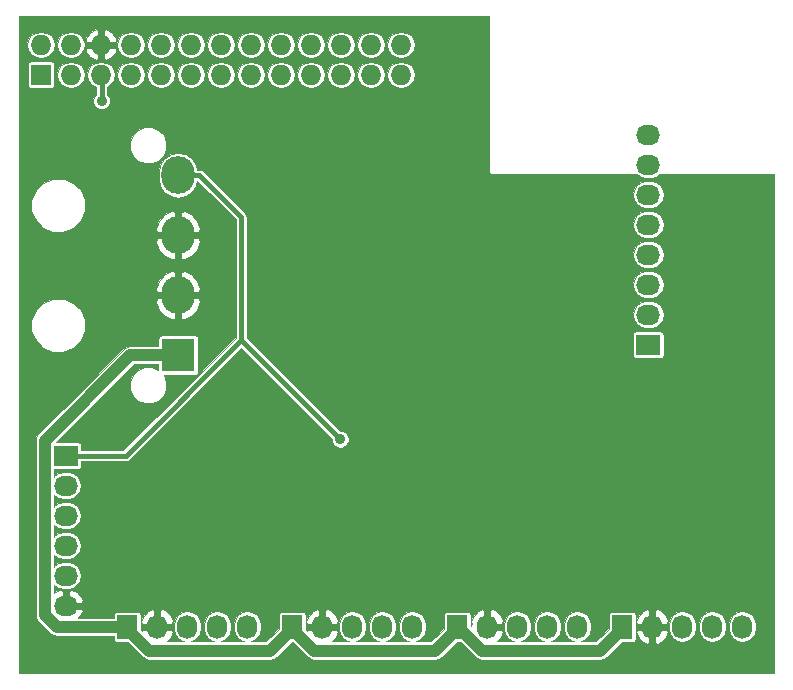
<source format=gbl>
G04 #@! TF.GenerationSoftware,KiCad,Pcbnew,no-vcs-found-7613~57~ubuntu16.04.1*
G04 #@! TF.CreationDate,2017-02-12T00:19:34-08:00*
G04 #@! TF.ProjectId,access-pi,6163636573732D70692E6B696361645F,rev?*
G04 #@! TF.FileFunction,Copper,L2,Bot,Signal*
G04 #@! TF.FilePolarity,Positive*
%FSLAX46Y46*%
G04 Gerber Fmt 4.6, Leading zero omitted, Abs format (unit mm)*
G04 Created by KiCad (PCBNEW no-vcs-found-7613~57~ubuntu16.04.1) date Sun Feb 12 00:19:34 2017*
%MOMM*%
%LPD*%
G01*
G04 APERTURE LIST*
%ADD10C,0.150000*%
%ADD11R,2.800000X2.800000*%
%ADD12O,2.800000X3.200000*%
%ADD13R,1.727200X1.727200*%
%ADD14O,1.727200X1.727200*%
%ADD15R,1.727200X2.032000*%
%ADD16O,1.727200X2.032000*%
%ADD17R,2.032000X1.727200*%
%ADD18O,2.032000X1.727200*%
%ADD19C,0.889000*%
%ADD20C,1.000000*%
%ADD21C,0.400000*%
%ADD22C,0.025400*%
G04 APERTURE END LIST*
D10*
D11*
X113665000Y-128905000D03*
D12*
X113665000Y-123825000D03*
X113665000Y-118745000D03*
X113665000Y-113665000D03*
D13*
X102050000Y-105170000D03*
D14*
X102050000Y-102630000D03*
X104590000Y-105170000D03*
X104590000Y-102630000D03*
X107130000Y-105170000D03*
X107130000Y-102630000D03*
X109670000Y-105170000D03*
X109670000Y-102630000D03*
X112210000Y-105170000D03*
X112210000Y-102630000D03*
X114750000Y-105170000D03*
X114750000Y-102630000D03*
X117290000Y-105170000D03*
X117290000Y-102630000D03*
X119830000Y-105170000D03*
X119830000Y-102630000D03*
X122370000Y-105170000D03*
X122370000Y-102630000D03*
X124910000Y-105170000D03*
X124910000Y-102630000D03*
X127450000Y-105170000D03*
X127450000Y-102630000D03*
X129990000Y-105170000D03*
X129990000Y-102630000D03*
X132530000Y-105170000D03*
X132530000Y-102630000D03*
D15*
X109347000Y-151892000D03*
D16*
X111887000Y-151892000D03*
X114427000Y-151892000D03*
X116967000Y-151892000D03*
X119507000Y-151892000D03*
D15*
X123317000Y-151892000D03*
D16*
X125857000Y-151892000D03*
X128397000Y-151892000D03*
X130937000Y-151892000D03*
X133477000Y-151892000D03*
D15*
X137287000Y-151892000D03*
D16*
X139827000Y-151892000D03*
X142367000Y-151892000D03*
X144907000Y-151892000D03*
X147447000Y-151892000D03*
D15*
X151257000Y-151892000D03*
D16*
X153797000Y-151892000D03*
X156337000Y-151892000D03*
X158877000Y-151892000D03*
X161417000Y-151892000D03*
D17*
X104140000Y-137414000D03*
D18*
X104140000Y-139954000D03*
X104140000Y-142494000D03*
X104140000Y-145034000D03*
X104140000Y-147574000D03*
X104140000Y-150114000D03*
D17*
X153479500Y-128016000D03*
D18*
X153479500Y-125476000D03*
X153479500Y-122936000D03*
X153479500Y-120396000D03*
X153479500Y-117856000D03*
X153479500Y-115316000D03*
X153479500Y-112776000D03*
X153479500Y-110236000D03*
D19*
X119126000Y-134112000D03*
X125095000Y-126873000D03*
X162560000Y-129540000D03*
X107188000Y-107386111D03*
X127381000Y-136017000D03*
D20*
X109347000Y-151892000D02*
X103378000Y-151892000D01*
X102369999Y-136136001D02*
X109601000Y-128905000D01*
X103378000Y-151892000D02*
X102369999Y-150883999D01*
X102369999Y-150883999D02*
X102369999Y-136136001D01*
X109601000Y-128905000D02*
X113665000Y-128905000D01*
X135423400Y-153908000D02*
X137287000Y-152044400D01*
X137287000Y-152044400D02*
X137287000Y-151892000D01*
X125180600Y-153908000D02*
X135423400Y-153908000D01*
X123317000Y-151892000D02*
X123317000Y-152044400D01*
X123317000Y-152044400D02*
X125180600Y-153908000D01*
X151257000Y-152044400D02*
X151257000Y-151892000D01*
X149393400Y-153908000D02*
X151257000Y-152044400D01*
X139402954Y-153908000D02*
X149393400Y-153908000D01*
X137386954Y-151892000D02*
X139402954Y-153908000D01*
X137287000Y-151892000D02*
X137386954Y-151892000D01*
X109347000Y-152044400D02*
X111210600Y-153908000D01*
X121453400Y-153908000D02*
X123317000Y-152044400D01*
X109347000Y-151892000D02*
X109347000Y-152044400D01*
X111210600Y-153908000D02*
X121453400Y-153908000D01*
D21*
X126619000Y-141605000D02*
X127762000Y-141605000D01*
X119126000Y-134112000D02*
X126619000Y-141605000D01*
X127762000Y-141605000D02*
X133096000Y-136271000D01*
X133096000Y-134874000D02*
X125095000Y-126873000D01*
X133096000Y-136271000D02*
X133096000Y-134874000D01*
X155829000Y-136271000D02*
X162560000Y-129540000D01*
X133096000Y-136271000D02*
X155829000Y-136271000D01*
X107188000Y-105228000D02*
X107130000Y-105170000D01*
X107188000Y-107386111D02*
X107188000Y-105228000D01*
X118999000Y-127635000D02*
X109220000Y-137414000D01*
X109220000Y-137414000D02*
X104140000Y-137414000D01*
X113665000Y-113665000D02*
X115465000Y-113665000D01*
X115465000Y-113665000D02*
X118999000Y-117199000D01*
X118999000Y-117199000D02*
X118999000Y-127635000D01*
X126936501Y-135572501D02*
X127381000Y-136017000D01*
X118999000Y-127635000D02*
X126936501Y-135572501D01*
D22*
G36*
X139967900Y-113411000D02*
X139976509Y-113454281D01*
X140001026Y-113490974D01*
X140037719Y-113515491D01*
X140081000Y-113524100D01*
X152468554Y-113524100D01*
X152502727Y-113575243D01*
X152869423Y-113820261D01*
X153301970Y-113906300D01*
X153657030Y-113906300D01*
X154089577Y-113820261D01*
X154456273Y-113575243D01*
X154490446Y-113524100D01*
X164097900Y-113524100D01*
X164097900Y-155842900D01*
X100189100Y-155842900D01*
X100189100Y-136136001D01*
X101603299Y-136136001D01*
X101603299Y-150883999D01*
X101661661Y-151177402D01*
X101827860Y-151426138D01*
X102835861Y-152434139D01*
X103084597Y-152600338D01*
X103378000Y-152658701D01*
X103378005Y-152658700D01*
X108211476Y-152658700D01*
X108211476Y-152908000D01*
X108232175Y-153012061D01*
X108291121Y-153100279D01*
X108379339Y-153159225D01*
X108483400Y-153179924D01*
X109398246Y-153179924D01*
X110668459Y-154450136D01*
X110668461Y-154450139D01*
X110817567Y-154549768D01*
X110917196Y-154616338D01*
X111210600Y-154674700D01*
X121453400Y-154674700D01*
X121746803Y-154616338D01*
X121995539Y-154450139D01*
X121995540Y-154450138D01*
X123265753Y-153179924D01*
X123368246Y-153179924D01*
X124638459Y-154450136D01*
X124638461Y-154450139D01*
X124787567Y-154549768D01*
X124887196Y-154616338D01*
X125180600Y-154674700D01*
X135423400Y-154674700D01*
X135716803Y-154616338D01*
X135965539Y-154450139D01*
X135965540Y-154450138D01*
X137235753Y-153179924D01*
X137590600Y-153179924D01*
X138860813Y-154450136D01*
X138860815Y-154450139D01*
X139109551Y-154616338D01*
X139402954Y-154674701D01*
X139402959Y-154674700D01*
X149393400Y-154674700D01*
X149686803Y-154616338D01*
X149935539Y-154450139D01*
X149935540Y-154450138D01*
X151205753Y-153179924D01*
X152120600Y-153179924D01*
X152224661Y-153159225D01*
X152312879Y-153100279D01*
X152371825Y-153012061D01*
X152392524Y-152908000D01*
X152392524Y-152347543D01*
X152451317Y-152347543D01*
X152669759Y-152839438D01*
X153059813Y-153210296D01*
X153345434Y-153352977D01*
X153555700Y-153275092D01*
X153555700Y-152133300D01*
X154038300Y-152133300D01*
X154038300Y-153275092D01*
X154248566Y-153352977D01*
X154534187Y-153210296D01*
X154924241Y-152839438D01*
X155142683Y-152347543D01*
X155043362Y-152133300D01*
X154038300Y-152133300D01*
X153555700Y-152133300D01*
X152550638Y-152133300D01*
X152451317Y-152347543D01*
X152392524Y-152347543D01*
X152392524Y-151714470D01*
X155206700Y-151714470D01*
X155206700Y-152069530D01*
X155292739Y-152502077D01*
X155537757Y-152868773D01*
X155904453Y-153113791D01*
X156337000Y-153199830D01*
X156769547Y-153113791D01*
X157136243Y-152868773D01*
X157381261Y-152502077D01*
X157467300Y-152069530D01*
X157467300Y-151714470D01*
X157746700Y-151714470D01*
X157746700Y-152069530D01*
X157832739Y-152502077D01*
X158077757Y-152868773D01*
X158444453Y-153113791D01*
X158877000Y-153199830D01*
X159309547Y-153113791D01*
X159676243Y-152868773D01*
X159921261Y-152502077D01*
X160007300Y-152069530D01*
X160007300Y-151714470D01*
X160286700Y-151714470D01*
X160286700Y-152069530D01*
X160372739Y-152502077D01*
X160617757Y-152868773D01*
X160984453Y-153113791D01*
X161417000Y-153199830D01*
X161849547Y-153113791D01*
X162216243Y-152868773D01*
X162461261Y-152502077D01*
X162547300Y-152069530D01*
X162547300Y-151714470D01*
X162461261Y-151281923D01*
X162216243Y-150915227D01*
X161849547Y-150670209D01*
X161417000Y-150584170D01*
X160984453Y-150670209D01*
X160617757Y-150915227D01*
X160372739Y-151281923D01*
X160286700Y-151714470D01*
X160007300Y-151714470D01*
X159921261Y-151281923D01*
X159676243Y-150915227D01*
X159309547Y-150670209D01*
X158877000Y-150584170D01*
X158444453Y-150670209D01*
X158077757Y-150915227D01*
X157832739Y-151281923D01*
X157746700Y-151714470D01*
X157467300Y-151714470D01*
X157381261Y-151281923D01*
X157136243Y-150915227D01*
X156769547Y-150670209D01*
X156337000Y-150584170D01*
X155904453Y-150670209D01*
X155537757Y-150915227D01*
X155292739Y-151281923D01*
X155206700Y-151714470D01*
X152392524Y-151714470D01*
X152392524Y-151436457D01*
X152451317Y-151436457D01*
X152550638Y-151650700D01*
X153555700Y-151650700D01*
X153555700Y-150508908D01*
X154038300Y-150508908D01*
X154038300Y-151650700D01*
X155043362Y-151650700D01*
X155142683Y-151436457D01*
X154924241Y-150944562D01*
X154534187Y-150573704D01*
X154248566Y-150431023D01*
X154038300Y-150508908D01*
X153555700Y-150508908D01*
X153345434Y-150431023D01*
X153059813Y-150573704D01*
X152669759Y-150944562D01*
X152451317Y-151436457D01*
X152392524Y-151436457D01*
X152392524Y-150876000D01*
X152371825Y-150771939D01*
X152312879Y-150683721D01*
X152224661Y-150624775D01*
X152120600Y-150604076D01*
X150393400Y-150604076D01*
X150289339Y-150624775D01*
X150201121Y-150683721D01*
X150142175Y-150771939D01*
X150121476Y-150876000D01*
X150121476Y-152095647D01*
X149075822Y-153141300D01*
X147741250Y-153141300D01*
X147879547Y-153113791D01*
X148246243Y-152868773D01*
X148491261Y-152502077D01*
X148577300Y-152069530D01*
X148577300Y-151714470D01*
X148491261Y-151281923D01*
X148246243Y-150915227D01*
X147879547Y-150670209D01*
X147447000Y-150584170D01*
X147014453Y-150670209D01*
X146647757Y-150915227D01*
X146402739Y-151281923D01*
X146316700Y-151714470D01*
X146316700Y-152069530D01*
X146402739Y-152502077D01*
X146647757Y-152868773D01*
X147014453Y-153113791D01*
X147152750Y-153141300D01*
X145201250Y-153141300D01*
X145339547Y-153113791D01*
X145706243Y-152868773D01*
X145951261Y-152502077D01*
X146037300Y-152069530D01*
X146037300Y-151714470D01*
X145951261Y-151281923D01*
X145706243Y-150915227D01*
X145339547Y-150670209D01*
X144907000Y-150584170D01*
X144474453Y-150670209D01*
X144107757Y-150915227D01*
X143862739Y-151281923D01*
X143776700Y-151714470D01*
X143776700Y-152069530D01*
X143862739Y-152502077D01*
X144107757Y-152868773D01*
X144474453Y-153113791D01*
X144612750Y-153141300D01*
X142661250Y-153141300D01*
X142799547Y-153113791D01*
X143166243Y-152868773D01*
X143411261Y-152502077D01*
X143497300Y-152069530D01*
X143497300Y-151714470D01*
X143411261Y-151281923D01*
X143166243Y-150915227D01*
X142799547Y-150670209D01*
X142367000Y-150584170D01*
X141934453Y-150670209D01*
X141567757Y-150915227D01*
X141322739Y-151281923D01*
X141236700Y-151714470D01*
X141236700Y-152069530D01*
X141322739Y-152502077D01*
X141567757Y-152868773D01*
X141934453Y-153113791D01*
X142072750Y-153141300D01*
X140636754Y-153141300D01*
X140954241Y-152839438D01*
X141172683Y-152347543D01*
X141073362Y-152133300D01*
X140068300Y-152133300D01*
X140068300Y-152153300D01*
X139585700Y-152153300D01*
X139585700Y-152133300D01*
X139565700Y-152133300D01*
X139565700Y-151650700D01*
X139585700Y-151650700D01*
X139585700Y-150508908D01*
X140068300Y-150508908D01*
X140068300Y-151650700D01*
X141073362Y-151650700D01*
X141172683Y-151436457D01*
X140954241Y-150944562D01*
X140564187Y-150573704D01*
X140278566Y-150431023D01*
X140068300Y-150508908D01*
X139585700Y-150508908D01*
X139375434Y-150431023D01*
X139089813Y-150573704D01*
X138699759Y-150944562D01*
X138481317Y-151436457D01*
X138580637Y-151650698D01*
X138442700Y-151650698D01*
X138442700Y-151863468D01*
X138422524Y-151843292D01*
X138422524Y-150876000D01*
X138401825Y-150771939D01*
X138342879Y-150683721D01*
X138254661Y-150624775D01*
X138150600Y-150604076D01*
X136423400Y-150604076D01*
X136319339Y-150624775D01*
X136231121Y-150683721D01*
X136172175Y-150771939D01*
X136151476Y-150876000D01*
X136151476Y-152095647D01*
X135105822Y-153141300D01*
X133771250Y-153141300D01*
X133909547Y-153113791D01*
X134276243Y-152868773D01*
X134521261Y-152502077D01*
X134607300Y-152069530D01*
X134607300Y-151714470D01*
X134521261Y-151281923D01*
X134276243Y-150915227D01*
X133909547Y-150670209D01*
X133477000Y-150584170D01*
X133044453Y-150670209D01*
X132677757Y-150915227D01*
X132432739Y-151281923D01*
X132346700Y-151714470D01*
X132346700Y-152069530D01*
X132432739Y-152502077D01*
X132677757Y-152868773D01*
X133044453Y-153113791D01*
X133182750Y-153141300D01*
X131231250Y-153141300D01*
X131369547Y-153113791D01*
X131736243Y-152868773D01*
X131981261Y-152502077D01*
X132067300Y-152069530D01*
X132067300Y-151714470D01*
X131981261Y-151281923D01*
X131736243Y-150915227D01*
X131369547Y-150670209D01*
X130937000Y-150584170D01*
X130504453Y-150670209D01*
X130137757Y-150915227D01*
X129892739Y-151281923D01*
X129806700Y-151714470D01*
X129806700Y-152069530D01*
X129892739Y-152502077D01*
X130137757Y-152868773D01*
X130504453Y-153113791D01*
X130642750Y-153141300D01*
X128691250Y-153141300D01*
X128829547Y-153113791D01*
X129196243Y-152868773D01*
X129441261Y-152502077D01*
X129527300Y-152069530D01*
X129527300Y-151714470D01*
X129441261Y-151281923D01*
X129196243Y-150915227D01*
X128829547Y-150670209D01*
X128397000Y-150584170D01*
X127964453Y-150670209D01*
X127597757Y-150915227D01*
X127352739Y-151281923D01*
X127266700Y-151714470D01*
X127266700Y-152069530D01*
X127352739Y-152502077D01*
X127597757Y-152868773D01*
X127964453Y-153113791D01*
X128102750Y-153141300D01*
X126666754Y-153141300D01*
X126984241Y-152839438D01*
X127202683Y-152347543D01*
X127103362Y-152133300D01*
X126098300Y-152133300D01*
X126098300Y-152153300D01*
X125615700Y-152153300D01*
X125615700Y-152133300D01*
X124610638Y-152133300D01*
X124572482Y-152215605D01*
X124452524Y-152095646D01*
X124452524Y-151436457D01*
X124511317Y-151436457D01*
X124610638Y-151650700D01*
X125615700Y-151650700D01*
X125615700Y-150508908D01*
X126098300Y-150508908D01*
X126098300Y-151650700D01*
X127103362Y-151650700D01*
X127202683Y-151436457D01*
X126984241Y-150944562D01*
X126594187Y-150573704D01*
X126308566Y-150431023D01*
X126098300Y-150508908D01*
X125615700Y-150508908D01*
X125405434Y-150431023D01*
X125119813Y-150573704D01*
X124729759Y-150944562D01*
X124511317Y-151436457D01*
X124452524Y-151436457D01*
X124452524Y-150876000D01*
X124431825Y-150771939D01*
X124372879Y-150683721D01*
X124284661Y-150624775D01*
X124180600Y-150604076D01*
X122453400Y-150604076D01*
X122349339Y-150624775D01*
X122261121Y-150683721D01*
X122202175Y-150771939D01*
X122181476Y-150876000D01*
X122181476Y-152095647D01*
X121135822Y-153141300D01*
X119801250Y-153141300D01*
X119939547Y-153113791D01*
X120306243Y-152868773D01*
X120551261Y-152502077D01*
X120637300Y-152069530D01*
X120637300Y-151714470D01*
X120551261Y-151281923D01*
X120306243Y-150915227D01*
X119939547Y-150670209D01*
X119507000Y-150584170D01*
X119074453Y-150670209D01*
X118707757Y-150915227D01*
X118462739Y-151281923D01*
X118376700Y-151714470D01*
X118376700Y-152069530D01*
X118462739Y-152502077D01*
X118707757Y-152868773D01*
X119074453Y-153113791D01*
X119212750Y-153141300D01*
X117261250Y-153141300D01*
X117399547Y-153113791D01*
X117766243Y-152868773D01*
X118011261Y-152502077D01*
X118097300Y-152069530D01*
X118097300Y-151714470D01*
X118011261Y-151281923D01*
X117766243Y-150915227D01*
X117399547Y-150670209D01*
X116967000Y-150584170D01*
X116534453Y-150670209D01*
X116167757Y-150915227D01*
X115922739Y-151281923D01*
X115836700Y-151714470D01*
X115836700Y-152069530D01*
X115922739Y-152502077D01*
X116167757Y-152868773D01*
X116534453Y-153113791D01*
X116672750Y-153141300D01*
X114721250Y-153141300D01*
X114859547Y-153113791D01*
X115226243Y-152868773D01*
X115471261Y-152502077D01*
X115557300Y-152069530D01*
X115557300Y-151714470D01*
X115471261Y-151281923D01*
X115226243Y-150915227D01*
X114859547Y-150670209D01*
X114427000Y-150584170D01*
X113994453Y-150670209D01*
X113627757Y-150915227D01*
X113382739Y-151281923D01*
X113296700Y-151714470D01*
X113296700Y-152069530D01*
X113382739Y-152502077D01*
X113627757Y-152868773D01*
X113994453Y-153113791D01*
X114132750Y-153141300D01*
X112696754Y-153141300D01*
X113014241Y-152839438D01*
X113232683Y-152347543D01*
X113133362Y-152133300D01*
X112128300Y-152133300D01*
X112128300Y-152153300D01*
X111645700Y-152153300D01*
X111645700Y-152133300D01*
X110640638Y-152133300D01*
X110602482Y-152215605D01*
X110482524Y-152095646D01*
X110482524Y-151436457D01*
X110541317Y-151436457D01*
X110640638Y-151650700D01*
X111645700Y-151650700D01*
X111645700Y-150508908D01*
X112128300Y-150508908D01*
X112128300Y-151650700D01*
X113133362Y-151650700D01*
X113232683Y-151436457D01*
X113014241Y-150944562D01*
X112624187Y-150573704D01*
X112338566Y-150431023D01*
X112128300Y-150508908D01*
X111645700Y-150508908D01*
X111435434Y-150431023D01*
X111149813Y-150573704D01*
X110759759Y-150944562D01*
X110541317Y-151436457D01*
X110482524Y-151436457D01*
X110482524Y-150876000D01*
X110461825Y-150771939D01*
X110402879Y-150683721D01*
X110314661Y-150624775D01*
X110210600Y-150604076D01*
X108483400Y-150604076D01*
X108379339Y-150624775D01*
X108291121Y-150683721D01*
X108232175Y-150771939D01*
X108211476Y-150876000D01*
X108211476Y-151125300D01*
X105197673Y-151125300D01*
X105458296Y-150851187D01*
X105600977Y-150565566D01*
X105523092Y-150355300D01*
X104381300Y-150355300D01*
X104381300Y-150375300D01*
X103898700Y-150375300D01*
X103898700Y-150355300D01*
X103878700Y-150355300D01*
X103878700Y-149872700D01*
X103898700Y-149872700D01*
X103898700Y-148867638D01*
X104381300Y-148867638D01*
X104381300Y-149872700D01*
X105523092Y-149872700D01*
X105600977Y-149662434D01*
X105458296Y-149376813D01*
X105087438Y-148986759D01*
X104595543Y-148768317D01*
X104381300Y-148867638D01*
X103898700Y-148867638D01*
X103684457Y-148768317D01*
X103192562Y-148986759D01*
X103136699Y-149045514D01*
X103136699Y-148333541D01*
X103163227Y-148373243D01*
X103529923Y-148618261D01*
X103962470Y-148704300D01*
X104317530Y-148704300D01*
X104750077Y-148618261D01*
X105116773Y-148373243D01*
X105361791Y-148006547D01*
X105447830Y-147574000D01*
X105361791Y-147141453D01*
X105116773Y-146774757D01*
X104750077Y-146529739D01*
X104317530Y-146443700D01*
X103962470Y-146443700D01*
X103529923Y-146529739D01*
X103163227Y-146774757D01*
X103136699Y-146814459D01*
X103136699Y-145793541D01*
X103163227Y-145833243D01*
X103529923Y-146078261D01*
X103962470Y-146164300D01*
X104317530Y-146164300D01*
X104750077Y-146078261D01*
X105116773Y-145833243D01*
X105361791Y-145466547D01*
X105447830Y-145034000D01*
X105361791Y-144601453D01*
X105116773Y-144234757D01*
X104750077Y-143989739D01*
X104317530Y-143903700D01*
X103962470Y-143903700D01*
X103529923Y-143989739D01*
X103163227Y-144234757D01*
X103136699Y-144274459D01*
X103136699Y-143253541D01*
X103163227Y-143293243D01*
X103529923Y-143538261D01*
X103962470Y-143624300D01*
X104317530Y-143624300D01*
X104750077Y-143538261D01*
X105116773Y-143293243D01*
X105361791Y-142926547D01*
X105447830Y-142494000D01*
X105361791Y-142061453D01*
X105116773Y-141694757D01*
X104750077Y-141449739D01*
X104317530Y-141363700D01*
X103962470Y-141363700D01*
X103529923Y-141449739D01*
X103163227Y-141694757D01*
X103136699Y-141734459D01*
X103136699Y-140713541D01*
X103163227Y-140753243D01*
X103529923Y-140998261D01*
X103962470Y-141084300D01*
X104317530Y-141084300D01*
X104750077Y-140998261D01*
X105116773Y-140753243D01*
X105361791Y-140386547D01*
X105447830Y-139954000D01*
X105361791Y-139521453D01*
X105116773Y-139154757D01*
X104750077Y-138909739D01*
X104317530Y-138823700D01*
X103962470Y-138823700D01*
X103529923Y-138909739D01*
X103163227Y-139154757D01*
X103136699Y-139194459D01*
X103136699Y-138549524D01*
X105156000Y-138549524D01*
X105260061Y-138528825D01*
X105348279Y-138469879D01*
X105407225Y-138381661D01*
X105427924Y-138277600D01*
X105427924Y-137880700D01*
X109220000Y-137880700D01*
X109398599Y-137845175D01*
X109550007Y-137744007D01*
X118999000Y-128295013D01*
X126606492Y-135902505D01*
X126606494Y-135902508D01*
X126669845Y-135965858D01*
X126669677Y-136157846D01*
X126777723Y-136419336D01*
X126977612Y-136619574D01*
X127238913Y-136728076D01*
X127521846Y-136728323D01*
X127783336Y-136620277D01*
X127983574Y-136420388D01*
X128092076Y-136159087D01*
X128092323Y-135876154D01*
X127984277Y-135614664D01*
X127784388Y-135414426D01*
X127523087Y-135305924D01*
X127329769Y-135305755D01*
X127266508Y-135242494D01*
X127266505Y-135242492D01*
X119465700Y-127441686D01*
X119465700Y-127152400D01*
X152191576Y-127152400D01*
X152191576Y-128879600D01*
X152212275Y-128983661D01*
X152271221Y-129071879D01*
X152359439Y-129130825D01*
X152463500Y-129151524D01*
X154495500Y-129151524D01*
X154599561Y-129130825D01*
X154687779Y-129071879D01*
X154746725Y-128983661D01*
X154767424Y-128879600D01*
X154767424Y-127152400D01*
X154746725Y-127048339D01*
X154687779Y-126960121D01*
X154599561Y-126901175D01*
X154495500Y-126880476D01*
X152463500Y-126880476D01*
X152359439Y-126901175D01*
X152271221Y-126960121D01*
X152212275Y-127048339D01*
X152191576Y-127152400D01*
X119465700Y-127152400D01*
X119465700Y-125476000D01*
X152171670Y-125476000D01*
X152257709Y-125908547D01*
X152502727Y-126275243D01*
X152869423Y-126520261D01*
X153301970Y-126606300D01*
X153657030Y-126606300D01*
X154089577Y-126520261D01*
X154456273Y-126275243D01*
X154701291Y-125908547D01*
X154787330Y-125476000D01*
X154701291Y-125043453D01*
X154456273Y-124676757D01*
X154089577Y-124431739D01*
X153657030Y-124345700D01*
X153301970Y-124345700D01*
X152869423Y-124431739D01*
X152502727Y-124676757D01*
X152257709Y-125043453D01*
X152171670Y-125476000D01*
X119465700Y-125476000D01*
X119465700Y-122936000D01*
X152171670Y-122936000D01*
X152257709Y-123368547D01*
X152502727Y-123735243D01*
X152869423Y-123980261D01*
X153301970Y-124066300D01*
X153657030Y-124066300D01*
X154089577Y-123980261D01*
X154456273Y-123735243D01*
X154701291Y-123368547D01*
X154787330Y-122936000D01*
X154701291Y-122503453D01*
X154456273Y-122136757D01*
X154089577Y-121891739D01*
X153657030Y-121805700D01*
X153301970Y-121805700D01*
X152869423Y-121891739D01*
X152502727Y-122136757D01*
X152257709Y-122503453D01*
X152171670Y-122936000D01*
X119465700Y-122936000D01*
X119465700Y-120396000D01*
X152171670Y-120396000D01*
X152257709Y-120828547D01*
X152502727Y-121195243D01*
X152869423Y-121440261D01*
X153301970Y-121526300D01*
X153657030Y-121526300D01*
X154089577Y-121440261D01*
X154456273Y-121195243D01*
X154701291Y-120828547D01*
X154787330Y-120396000D01*
X154701291Y-119963453D01*
X154456273Y-119596757D01*
X154089577Y-119351739D01*
X153657030Y-119265700D01*
X153301970Y-119265700D01*
X152869423Y-119351739D01*
X152502727Y-119596757D01*
X152257709Y-119963453D01*
X152171670Y-120396000D01*
X119465700Y-120396000D01*
X119465700Y-117856000D01*
X152171670Y-117856000D01*
X152257709Y-118288547D01*
X152502727Y-118655243D01*
X152869423Y-118900261D01*
X153301970Y-118986300D01*
X153657030Y-118986300D01*
X154089577Y-118900261D01*
X154456273Y-118655243D01*
X154701291Y-118288547D01*
X154787330Y-117856000D01*
X154701291Y-117423453D01*
X154456273Y-117056757D01*
X154089577Y-116811739D01*
X153657030Y-116725700D01*
X153301970Y-116725700D01*
X152869423Y-116811739D01*
X152502727Y-117056757D01*
X152257709Y-117423453D01*
X152171670Y-117856000D01*
X119465700Y-117856000D01*
X119465700Y-117199005D01*
X119465701Y-117199000D01*
X119430175Y-117020401D01*
X119329007Y-116868993D01*
X117776014Y-115316000D01*
X152171670Y-115316000D01*
X152257709Y-115748547D01*
X152502727Y-116115243D01*
X152869423Y-116360261D01*
X153301970Y-116446300D01*
X153657030Y-116446300D01*
X154089577Y-116360261D01*
X154456273Y-116115243D01*
X154701291Y-115748547D01*
X154787330Y-115316000D01*
X154701291Y-114883453D01*
X154456273Y-114516757D01*
X154089577Y-114271739D01*
X153657030Y-114185700D01*
X153301970Y-114185700D01*
X152869423Y-114271739D01*
X152502727Y-114516757D01*
X152257709Y-114883453D01*
X152171670Y-115316000D01*
X117776014Y-115316000D01*
X115795007Y-113334993D01*
X115643599Y-113233825D01*
X115465000Y-113198300D01*
X115285924Y-113198300D01*
X115204830Y-112790611D01*
X114843535Y-112249894D01*
X114302818Y-111888599D01*
X113665000Y-111761729D01*
X113027182Y-111888599D01*
X112486465Y-112249894D01*
X112125170Y-112790611D01*
X111998300Y-113428429D01*
X111998300Y-113901571D01*
X112125170Y-114539389D01*
X112486465Y-115080106D01*
X113027182Y-115441401D01*
X113665000Y-115568271D01*
X114302818Y-115441401D01*
X114843535Y-115080106D01*
X115204830Y-114539389D01*
X115283562Y-114143576D01*
X118532300Y-117392314D01*
X118532300Y-127441687D01*
X109026686Y-136947300D01*
X105427924Y-136947300D01*
X105427924Y-136550400D01*
X105407225Y-136446339D01*
X105348279Y-136358121D01*
X105260061Y-136299175D01*
X105156000Y-136278476D01*
X103311802Y-136278476D01*
X109918578Y-129671700D01*
X111993076Y-129671700D01*
X111993076Y-130141543D01*
X111432010Y-129908567D01*
X110820672Y-129908034D01*
X110255666Y-130141489D01*
X109823009Y-130573393D01*
X109588567Y-131137990D01*
X109588034Y-131749328D01*
X109821489Y-132314334D01*
X110253393Y-132746991D01*
X110817990Y-132981433D01*
X111429328Y-132981966D01*
X111994334Y-132748511D01*
X112426991Y-132316607D01*
X112661433Y-131752010D01*
X112661966Y-131140672D01*
X112429031Y-130576924D01*
X115065000Y-130576924D01*
X115169061Y-130556225D01*
X115257279Y-130497279D01*
X115316225Y-130409061D01*
X115336924Y-130305000D01*
X115336924Y-127505000D01*
X115316225Y-127400939D01*
X115257279Y-127312721D01*
X115169061Y-127253775D01*
X115065000Y-127233076D01*
X112265000Y-127233076D01*
X112160939Y-127253775D01*
X112072721Y-127312721D01*
X112013775Y-127400939D01*
X111993076Y-127505000D01*
X111993076Y-128138300D01*
X109601005Y-128138300D01*
X109601000Y-128138299D01*
X109307597Y-128196662D01*
X109058861Y-128362861D01*
X101827860Y-135593862D01*
X101661661Y-135842598D01*
X101603299Y-136136001D01*
X100189100Y-136136001D01*
X100189100Y-126812906D01*
X101242909Y-126812906D01*
X101586506Y-127644476D01*
X102222177Y-128281258D01*
X103053146Y-128626306D01*
X103952906Y-128627091D01*
X104784476Y-128283494D01*
X105421258Y-127647823D01*
X105766306Y-126816854D01*
X105767091Y-125917094D01*
X105423494Y-125085524D01*
X104787823Y-124448742D01*
X104588195Y-124365849D01*
X111776970Y-124365849D01*
X112051125Y-125062421D01*
X112570978Y-125601055D01*
X113128588Y-125869275D01*
X113423700Y-125799191D01*
X113423700Y-124066300D01*
X113906300Y-124066300D01*
X113906300Y-125799191D01*
X114201412Y-125869275D01*
X114759022Y-125601055D01*
X115278875Y-125062421D01*
X115553030Y-124365849D01*
X115452931Y-124066300D01*
X113906300Y-124066300D01*
X113423700Y-124066300D01*
X111877069Y-124066300D01*
X111776970Y-124365849D01*
X104588195Y-124365849D01*
X103956854Y-124103694D01*
X103057094Y-124102909D01*
X102225524Y-124446506D01*
X101588742Y-125082177D01*
X101243694Y-125913146D01*
X101242909Y-126812906D01*
X100189100Y-126812906D01*
X100189100Y-123284151D01*
X111776970Y-123284151D01*
X111877069Y-123583700D01*
X113423700Y-123583700D01*
X113423700Y-121850809D01*
X113906300Y-121850809D01*
X113906300Y-123583700D01*
X115452931Y-123583700D01*
X115553030Y-123284151D01*
X115278875Y-122587579D01*
X114759022Y-122048945D01*
X114201412Y-121780725D01*
X113906300Y-121850809D01*
X113423700Y-121850809D01*
X113128588Y-121780725D01*
X112570978Y-122048945D01*
X112051125Y-122587579D01*
X111776970Y-123284151D01*
X100189100Y-123284151D01*
X100189100Y-119285849D01*
X111776970Y-119285849D01*
X112051125Y-119982421D01*
X112570978Y-120521055D01*
X113128588Y-120789275D01*
X113423700Y-120719191D01*
X113423700Y-118986300D01*
X113906300Y-118986300D01*
X113906300Y-120719191D01*
X114201412Y-120789275D01*
X114759022Y-120521055D01*
X115278875Y-119982421D01*
X115553030Y-119285849D01*
X115452931Y-118986300D01*
X113906300Y-118986300D01*
X113423700Y-118986300D01*
X111877069Y-118986300D01*
X111776970Y-119285849D01*
X100189100Y-119285849D01*
X100189100Y-116652906D01*
X101242909Y-116652906D01*
X101586506Y-117484476D01*
X102222177Y-118121258D01*
X103053146Y-118466306D01*
X103952906Y-118467091D01*
X104589270Y-118204151D01*
X111776970Y-118204151D01*
X111877069Y-118503700D01*
X113423700Y-118503700D01*
X113423700Y-116770809D01*
X113906300Y-116770809D01*
X113906300Y-118503700D01*
X115452931Y-118503700D01*
X115553030Y-118204151D01*
X115278875Y-117507579D01*
X114759022Y-116968945D01*
X114201412Y-116700725D01*
X113906300Y-116770809D01*
X113423700Y-116770809D01*
X113128588Y-116700725D01*
X112570978Y-116968945D01*
X112051125Y-117507579D01*
X111776970Y-118204151D01*
X104589270Y-118204151D01*
X104784476Y-118123494D01*
X105421258Y-117487823D01*
X105766306Y-116656854D01*
X105767091Y-115757094D01*
X105423494Y-114925524D01*
X104787823Y-114288742D01*
X103956854Y-113943694D01*
X103057094Y-113942909D01*
X102225524Y-114286506D01*
X101588742Y-114922177D01*
X101243694Y-115753146D01*
X101242909Y-116652906D01*
X100189100Y-116652906D01*
X100189100Y-111429328D01*
X109588034Y-111429328D01*
X109821489Y-111994334D01*
X110253393Y-112426991D01*
X110817990Y-112661433D01*
X111429328Y-112661966D01*
X111994334Y-112428511D01*
X112426991Y-111996607D01*
X112661433Y-111432010D01*
X112661966Y-110820672D01*
X112428511Y-110255666D01*
X111996607Y-109823009D01*
X111432010Y-109588567D01*
X110820672Y-109588034D01*
X110255666Y-109821489D01*
X109823009Y-110253393D01*
X109588567Y-110817990D01*
X109588034Y-111429328D01*
X100189100Y-111429328D01*
X100189100Y-104306400D01*
X100914476Y-104306400D01*
X100914476Y-106033600D01*
X100935175Y-106137661D01*
X100994121Y-106225879D01*
X101082339Y-106284825D01*
X101186400Y-106305524D01*
X102913600Y-106305524D01*
X103017661Y-106284825D01*
X103105879Y-106225879D01*
X103164825Y-106137661D01*
X103185524Y-106033600D01*
X103185524Y-105170000D01*
X103437556Y-105170000D01*
X103523595Y-105602547D01*
X103768613Y-105969243D01*
X104135309Y-106214261D01*
X104567856Y-106300300D01*
X104612144Y-106300300D01*
X105044691Y-106214261D01*
X105411387Y-105969243D01*
X105656405Y-105602547D01*
X105742444Y-105170000D01*
X105977556Y-105170000D01*
X106063595Y-105602547D01*
X106308613Y-105969243D01*
X106675309Y-106214261D01*
X106721300Y-106223409D01*
X106721300Y-106847086D01*
X106585426Y-106982723D01*
X106476924Y-107244024D01*
X106476677Y-107526957D01*
X106584723Y-107788447D01*
X106784612Y-107988685D01*
X107045913Y-108097187D01*
X107328846Y-108097434D01*
X107590336Y-107989388D01*
X107790574Y-107789499D01*
X107899076Y-107528198D01*
X107899323Y-107245265D01*
X107791277Y-106983775D01*
X107654700Y-106846960D01*
X107654700Y-106167483D01*
X107951387Y-105969243D01*
X108196405Y-105602547D01*
X108282444Y-105170000D01*
X108517556Y-105170000D01*
X108603595Y-105602547D01*
X108848613Y-105969243D01*
X109215309Y-106214261D01*
X109647856Y-106300300D01*
X109692144Y-106300300D01*
X110124691Y-106214261D01*
X110491387Y-105969243D01*
X110736405Y-105602547D01*
X110822444Y-105170000D01*
X111057556Y-105170000D01*
X111143595Y-105602547D01*
X111388613Y-105969243D01*
X111755309Y-106214261D01*
X112187856Y-106300300D01*
X112232144Y-106300300D01*
X112664691Y-106214261D01*
X113031387Y-105969243D01*
X113276405Y-105602547D01*
X113362444Y-105170000D01*
X113597556Y-105170000D01*
X113683595Y-105602547D01*
X113928613Y-105969243D01*
X114295309Y-106214261D01*
X114727856Y-106300300D01*
X114772144Y-106300300D01*
X115204691Y-106214261D01*
X115571387Y-105969243D01*
X115816405Y-105602547D01*
X115902444Y-105170000D01*
X116137556Y-105170000D01*
X116223595Y-105602547D01*
X116468613Y-105969243D01*
X116835309Y-106214261D01*
X117267856Y-106300300D01*
X117312144Y-106300300D01*
X117744691Y-106214261D01*
X118111387Y-105969243D01*
X118356405Y-105602547D01*
X118442444Y-105170000D01*
X118677556Y-105170000D01*
X118763595Y-105602547D01*
X119008613Y-105969243D01*
X119375309Y-106214261D01*
X119807856Y-106300300D01*
X119852144Y-106300300D01*
X120284691Y-106214261D01*
X120651387Y-105969243D01*
X120896405Y-105602547D01*
X120982444Y-105170000D01*
X121217556Y-105170000D01*
X121303595Y-105602547D01*
X121548613Y-105969243D01*
X121915309Y-106214261D01*
X122347856Y-106300300D01*
X122392144Y-106300300D01*
X122824691Y-106214261D01*
X123191387Y-105969243D01*
X123436405Y-105602547D01*
X123522444Y-105170000D01*
X123757556Y-105170000D01*
X123843595Y-105602547D01*
X124088613Y-105969243D01*
X124455309Y-106214261D01*
X124887856Y-106300300D01*
X124932144Y-106300300D01*
X125364691Y-106214261D01*
X125731387Y-105969243D01*
X125976405Y-105602547D01*
X126062444Y-105170000D01*
X126297556Y-105170000D01*
X126383595Y-105602547D01*
X126628613Y-105969243D01*
X126995309Y-106214261D01*
X127427856Y-106300300D01*
X127472144Y-106300300D01*
X127904691Y-106214261D01*
X128271387Y-105969243D01*
X128516405Y-105602547D01*
X128602444Y-105170000D01*
X128837556Y-105170000D01*
X128923595Y-105602547D01*
X129168613Y-105969243D01*
X129535309Y-106214261D01*
X129967856Y-106300300D01*
X130012144Y-106300300D01*
X130444691Y-106214261D01*
X130811387Y-105969243D01*
X131056405Y-105602547D01*
X131142444Y-105170000D01*
X131377556Y-105170000D01*
X131463595Y-105602547D01*
X131708613Y-105969243D01*
X132075309Y-106214261D01*
X132507856Y-106300300D01*
X132552144Y-106300300D01*
X132984691Y-106214261D01*
X133351387Y-105969243D01*
X133596405Y-105602547D01*
X133682444Y-105170000D01*
X133596405Y-104737453D01*
X133351387Y-104370757D01*
X132984691Y-104125739D01*
X132552144Y-104039700D01*
X132507856Y-104039700D01*
X132075309Y-104125739D01*
X131708613Y-104370757D01*
X131463595Y-104737453D01*
X131377556Y-105170000D01*
X131142444Y-105170000D01*
X131056405Y-104737453D01*
X130811387Y-104370757D01*
X130444691Y-104125739D01*
X130012144Y-104039700D01*
X129967856Y-104039700D01*
X129535309Y-104125739D01*
X129168613Y-104370757D01*
X128923595Y-104737453D01*
X128837556Y-105170000D01*
X128602444Y-105170000D01*
X128516405Y-104737453D01*
X128271387Y-104370757D01*
X127904691Y-104125739D01*
X127472144Y-104039700D01*
X127427856Y-104039700D01*
X126995309Y-104125739D01*
X126628613Y-104370757D01*
X126383595Y-104737453D01*
X126297556Y-105170000D01*
X126062444Y-105170000D01*
X125976405Y-104737453D01*
X125731387Y-104370757D01*
X125364691Y-104125739D01*
X124932144Y-104039700D01*
X124887856Y-104039700D01*
X124455309Y-104125739D01*
X124088613Y-104370757D01*
X123843595Y-104737453D01*
X123757556Y-105170000D01*
X123522444Y-105170000D01*
X123436405Y-104737453D01*
X123191387Y-104370757D01*
X122824691Y-104125739D01*
X122392144Y-104039700D01*
X122347856Y-104039700D01*
X121915309Y-104125739D01*
X121548613Y-104370757D01*
X121303595Y-104737453D01*
X121217556Y-105170000D01*
X120982444Y-105170000D01*
X120896405Y-104737453D01*
X120651387Y-104370757D01*
X120284691Y-104125739D01*
X119852144Y-104039700D01*
X119807856Y-104039700D01*
X119375309Y-104125739D01*
X119008613Y-104370757D01*
X118763595Y-104737453D01*
X118677556Y-105170000D01*
X118442444Y-105170000D01*
X118356405Y-104737453D01*
X118111387Y-104370757D01*
X117744691Y-104125739D01*
X117312144Y-104039700D01*
X117267856Y-104039700D01*
X116835309Y-104125739D01*
X116468613Y-104370757D01*
X116223595Y-104737453D01*
X116137556Y-105170000D01*
X115902444Y-105170000D01*
X115816405Y-104737453D01*
X115571387Y-104370757D01*
X115204691Y-104125739D01*
X114772144Y-104039700D01*
X114727856Y-104039700D01*
X114295309Y-104125739D01*
X113928613Y-104370757D01*
X113683595Y-104737453D01*
X113597556Y-105170000D01*
X113362444Y-105170000D01*
X113276405Y-104737453D01*
X113031387Y-104370757D01*
X112664691Y-104125739D01*
X112232144Y-104039700D01*
X112187856Y-104039700D01*
X111755309Y-104125739D01*
X111388613Y-104370757D01*
X111143595Y-104737453D01*
X111057556Y-105170000D01*
X110822444Y-105170000D01*
X110736405Y-104737453D01*
X110491387Y-104370757D01*
X110124691Y-104125739D01*
X109692144Y-104039700D01*
X109647856Y-104039700D01*
X109215309Y-104125739D01*
X108848613Y-104370757D01*
X108603595Y-104737453D01*
X108517556Y-105170000D01*
X108282444Y-105170000D01*
X108196405Y-104737453D01*
X107951387Y-104370757D01*
X107584691Y-104125739D01*
X107152144Y-104039700D01*
X107107856Y-104039700D01*
X106675309Y-104125739D01*
X106308613Y-104370757D01*
X106063595Y-104737453D01*
X105977556Y-105170000D01*
X105742444Y-105170000D01*
X105656405Y-104737453D01*
X105411387Y-104370757D01*
X105044691Y-104125739D01*
X104612144Y-104039700D01*
X104567856Y-104039700D01*
X104135309Y-104125739D01*
X103768613Y-104370757D01*
X103523595Y-104737453D01*
X103437556Y-105170000D01*
X103185524Y-105170000D01*
X103185524Y-104306400D01*
X103164825Y-104202339D01*
X103105879Y-104114121D01*
X103017661Y-104055175D01*
X102913600Y-104034476D01*
X101186400Y-104034476D01*
X101082339Y-104055175D01*
X100994121Y-104114121D01*
X100935175Y-104202339D01*
X100914476Y-104306400D01*
X100189100Y-104306400D01*
X100189100Y-102630000D01*
X100897556Y-102630000D01*
X100983595Y-103062547D01*
X101228613Y-103429243D01*
X101595309Y-103674261D01*
X102027856Y-103760300D01*
X102072144Y-103760300D01*
X102504691Y-103674261D01*
X102871387Y-103429243D01*
X103116405Y-103062547D01*
X103202444Y-102630000D01*
X103437556Y-102630000D01*
X103523595Y-103062547D01*
X103768613Y-103429243D01*
X104135309Y-103674261D01*
X104567856Y-103760300D01*
X104612144Y-103760300D01*
X105044691Y-103674261D01*
X105411387Y-103429243D01*
X105643696Y-103081566D01*
X105821423Y-103081566D01*
X105885374Y-103236010D01*
X106212026Y-103666178D01*
X106678431Y-103938597D01*
X106888700Y-103862952D01*
X106888700Y-102871300D01*
X107371300Y-102871300D01*
X107371300Y-103862952D01*
X107581569Y-103938597D01*
X108047974Y-103666178D01*
X108374626Y-103236010D01*
X108438577Y-103081566D01*
X108360692Y-102871300D01*
X107371300Y-102871300D01*
X106888700Y-102871300D01*
X105899308Y-102871300D01*
X105821423Y-103081566D01*
X105643696Y-103081566D01*
X105656405Y-103062547D01*
X105742444Y-102630000D01*
X108517556Y-102630000D01*
X108603595Y-103062547D01*
X108848613Y-103429243D01*
X109215309Y-103674261D01*
X109647856Y-103760300D01*
X109692144Y-103760300D01*
X110124691Y-103674261D01*
X110491387Y-103429243D01*
X110736405Y-103062547D01*
X110822444Y-102630000D01*
X111057556Y-102630000D01*
X111143595Y-103062547D01*
X111388613Y-103429243D01*
X111755309Y-103674261D01*
X112187856Y-103760300D01*
X112232144Y-103760300D01*
X112664691Y-103674261D01*
X113031387Y-103429243D01*
X113276405Y-103062547D01*
X113362444Y-102630000D01*
X113597556Y-102630000D01*
X113683595Y-103062547D01*
X113928613Y-103429243D01*
X114295309Y-103674261D01*
X114727856Y-103760300D01*
X114772144Y-103760300D01*
X115204691Y-103674261D01*
X115571387Y-103429243D01*
X115816405Y-103062547D01*
X115902444Y-102630000D01*
X116137556Y-102630000D01*
X116223595Y-103062547D01*
X116468613Y-103429243D01*
X116835309Y-103674261D01*
X117267856Y-103760300D01*
X117312144Y-103760300D01*
X117744691Y-103674261D01*
X118111387Y-103429243D01*
X118356405Y-103062547D01*
X118442444Y-102630000D01*
X118677556Y-102630000D01*
X118763595Y-103062547D01*
X119008613Y-103429243D01*
X119375309Y-103674261D01*
X119807856Y-103760300D01*
X119852144Y-103760300D01*
X120284691Y-103674261D01*
X120651387Y-103429243D01*
X120896405Y-103062547D01*
X120982444Y-102630000D01*
X121217556Y-102630000D01*
X121303595Y-103062547D01*
X121548613Y-103429243D01*
X121915309Y-103674261D01*
X122347856Y-103760300D01*
X122392144Y-103760300D01*
X122824691Y-103674261D01*
X123191387Y-103429243D01*
X123436405Y-103062547D01*
X123522444Y-102630000D01*
X123757556Y-102630000D01*
X123843595Y-103062547D01*
X124088613Y-103429243D01*
X124455309Y-103674261D01*
X124887856Y-103760300D01*
X124932144Y-103760300D01*
X125364691Y-103674261D01*
X125731387Y-103429243D01*
X125976405Y-103062547D01*
X126062444Y-102630000D01*
X126297556Y-102630000D01*
X126383595Y-103062547D01*
X126628613Y-103429243D01*
X126995309Y-103674261D01*
X127427856Y-103760300D01*
X127472144Y-103760300D01*
X127904691Y-103674261D01*
X128271387Y-103429243D01*
X128516405Y-103062547D01*
X128602444Y-102630000D01*
X128837556Y-102630000D01*
X128923595Y-103062547D01*
X129168613Y-103429243D01*
X129535309Y-103674261D01*
X129967856Y-103760300D01*
X130012144Y-103760300D01*
X130444691Y-103674261D01*
X130811387Y-103429243D01*
X131056405Y-103062547D01*
X131142444Y-102630000D01*
X131377556Y-102630000D01*
X131463595Y-103062547D01*
X131708613Y-103429243D01*
X132075309Y-103674261D01*
X132507856Y-103760300D01*
X132552144Y-103760300D01*
X132984691Y-103674261D01*
X133351387Y-103429243D01*
X133596405Y-103062547D01*
X133682444Y-102630000D01*
X133596405Y-102197453D01*
X133351387Y-101830757D01*
X132984691Y-101585739D01*
X132552144Y-101499700D01*
X132507856Y-101499700D01*
X132075309Y-101585739D01*
X131708613Y-101830757D01*
X131463595Y-102197453D01*
X131377556Y-102630000D01*
X131142444Y-102630000D01*
X131056405Y-102197453D01*
X130811387Y-101830757D01*
X130444691Y-101585739D01*
X130012144Y-101499700D01*
X129967856Y-101499700D01*
X129535309Y-101585739D01*
X129168613Y-101830757D01*
X128923595Y-102197453D01*
X128837556Y-102630000D01*
X128602444Y-102630000D01*
X128516405Y-102197453D01*
X128271387Y-101830757D01*
X127904691Y-101585739D01*
X127472144Y-101499700D01*
X127427856Y-101499700D01*
X126995309Y-101585739D01*
X126628613Y-101830757D01*
X126383595Y-102197453D01*
X126297556Y-102630000D01*
X126062444Y-102630000D01*
X125976405Y-102197453D01*
X125731387Y-101830757D01*
X125364691Y-101585739D01*
X124932144Y-101499700D01*
X124887856Y-101499700D01*
X124455309Y-101585739D01*
X124088613Y-101830757D01*
X123843595Y-102197453D01*
X123757556Y-102630000D01*
X123522444Y-102630000D01*
X123436405Y-102197453D01*
X123191387Y-101830757D01*
X122824691Y-101585739D01*
X122392144Y-101499700D01*
X122347856Y-101499700D01*
X121915309Y-101585739D01*
X121548613Y-101830757D01*
X121303595Y-102197453D01*
X121217556Y-102630000D01*
X120982444Y-102630000D01*
X120896405Y-102197453D01*
X120651387Y-101830757D01*
X120284691Y-101585739D01*
X119852144Y-101499700D01*
X119807856Y-101499700D01*
X119375309Y-101585739D01*
X119008613Y-101830757D01*
X118763595Y-102197453D01*
X118677556Y-102630000D01*
X118442444Y-102630000D01*
X118356405Y-102197453D01*
X118111387Y-101830757D01*
X117744691Y-101585739D01*
X117312144Y-101499700D01*
X117267856Y-101499700D01*
X116835309Y-101585739D01*
X116468613Y-101830757D01*
X116223595Y-102197453D01*
X116137556Y-102630000D01*
X115902444Y-102630000D01*
X115816405Y-102197453D01*
X115571387Y-101830757D01*
X115204691Y-101585739D01*
X114772144Y-101499700D01*
X114727856Y-101499700D01*
X114295309Y-101585739D01*
X113928613Y-101830757D01*
X113683595Y-102197453D01*
X113597556Y-102630000D01*
X113362444Y-102630000D01*
X113276405Y-102197453D01*
X113031387Y-101830757D01*
X112664691Y-101585739D01*
X112232144Y-101499700D01*
X112187856Y-101499700D01*
X111755309Y-101585739D01*
X111388613Y-101830757D01*
X111143595Y-102197453D01*
X111057556Y-102630000D01*
X110822444Y-102630000D01*
X110736405Y-102197453D01*
X110491387Y-101830757D01*
X110124691Y-101585739D01*
X109692144Y-101499700D01*
X109647856Y-101499700D01*
X109215309Y-101585739D01*
X108848613Y-101830757D01*
X108603595Y-102197453D01*
X108517556Y-102630000D01*
X105742444Y-102630000D01*
X105656405Y-102197453D01*
X105643697Y-102178434D01*
X105821423Y-102178434D01*
X105899308Y-102388700D01*
X106888700Y-102388700D01*
X106888700Y-101397048D01*
X107371300Y-101397048D01*
X107371300Y-102388700D01*
X108360692Y-102388700D01*
X108438577Y-102178434D01*
X108374626Y-102023990D01*
X108047974Y-101593822D01*
X107581569Y-101321403D01*
X107371300Y-101397048D01*
X106888700Y-101397048D01*
X106678431Y-101321403D01*
X106212026Y-101593822D01*
X105885374Y-102023990D01*
X105821423Y-102178434D01*
X105643697Y-102178434D01*
X105411387Y-101830757D01*
X105044691Y-101585739D01*
X104612144Y-101499700D01*
X104567856Y-101499700D01*
X104135309Y-101585739D01*
X103768613Y-101830757D01*
X103523595Y-102197453D01*
X103437556Y-102630000D01*
X103202444Y-102630000D01*
X103116405Y-102197453D01*
X102871387Y-101830757D01*
X102504691Y-101585739D01*
X102072144Y-101499700D01*
X102027856Y-101499700D01*
X101595309Y-101585739D01*
X101228613Y-101830757D01*
X100983595Y-102197453D01*
X100897556Y-102630000D01*
X100189100Y-102630000D01*
X100189100Y-100189100D01*
X139967900Y-100189100D01*
X139967900Y-113411000D01*
X139967900Y-113411000D01*
G37*
X139967900Y-113411000D02*
X139976509Y-113454281D01*
X140001026Y-113490974D01*
X140037719Y-113515491D01*
X140081000Y-113524100D01*
X152468554Y-113524100D01*
X152502727Y-113575243D01*
X152869423Y-113820261D01*
X153301970Y-113906300D01*
X153657030Y-113906300D01*
X154089577Y-113820261D01*
X154456273Y-113575243D01*
X154490446Y-113524100D01*
X164097900Y-113524100D01*
X164097900Y-155842900D01*
X100189100Y-155842900D01*
X100189100Y-136136001D01*
X101603299Y-136136001D01*
X101603299Y-150883999D01*
X101661661Y-151177402D01*
X101827860Y-151426138D01*
X102835861Y-152434139D01*
X103084597Y-152600338D01*
X103378000Y-152658701D01*
X103378005Y-152658700D01*
X108211476Y-152658700D01*
X108211476Y-152908000D01*
X108232175Y-153012061D01*
X108291121Y-153100279D01*
X108379339Y-153159225D01*
X108483400Y-153179924D01*
X109398246Y-153179924D01*
X110668459Y-154450136D01*
X110668461Y-154450139D01*
X110817567Y-154549768D01*
X110917196Y-154616338D01*
X111210600Y-154674700D01*
X121453400Y-154674700D01*
X121746803Y-154616338D01*
X121995539Y-154450139D01*
X121995540Y-154450138D01*
X123265753Y-153179924D01*
X123368246Y-153179924D01*
X124638459Y-154450136D01*
X124638461Y-154450139D01*
X124787567Y-154549768D01*
X124887196Y-154616338D01*
X125180600Y-154674700D01*
X135423400Y-154674700D01*
X135716803Y-154616338D01*
X135965539Y-154450139D01*
X135965540Y-154450138D01*
X137235753Y-153179924D01*
X137590600Y-153179924D01*
X138860813Y-154450136D01*
X138860815Y-154450139D01*
X139109551Y-154616338D01*
X139402954Y-154674701D01*
X139402959Y-154674700D01*
X149393400Y-154674700D01*
X149686803Y-154616338D01*
X149935539Y-154450139D01*
X149935540Y-154450138D01*
X151205753Y-153179924D01*
X152120600Y-153179924D01*
X152224661Y-153159225D01*
X152312879Y-153100279D01*
X152371825Y-153012061D01*
X152392524Y-152908000D01*
X152392524Y-152347543D01*
X152451317Y-152347543D01*
X152669759Y-152839438D01*
X153059813Y-153210296D01*
X153345434Y-153352977D01*
X153555700Y-153275092D01*
X153555700Y-152133300D01*
X154038300Y-152133300D01*
X154038300Y-153275092D01*
X154248566Y-153352977D01*
X154534187Y-153210296D01*
X154924241Y-152839438D01*
X155142683Y-152347543D01*
X155043362Y-152133300D01*
X154038300Y-152133300D01*
X153555700Y-152133300D01*
X152550638Y-152133300D01*
X152451317Y-152347543D01*
X152392524Y-152347543D01*
X152392524Y-151714470D01*
X155206700Y-151714470D01*
X155206700Y-152069530D01*
X155292739Y-152502077D01*
X155537757Y-152868773D01*
X155904453Y-153113791D01*
X156337000Y-153199830D01*
X156769547Y-153113791D01*
X157136243Y-152868773D01*
X157381261Y-152502077D01*
X157467300Y-152069530D01*
X157467300Y-151714470D01*
X157746700Y-151714470D01*
X157746700Y-152069530D01*
X157832739Y-152502077D01*
X158077757Y-152868773D01*
X158444453Y-153113791D01*
X158877000Y-153199830D01*
X159309547Y-153113791D01*
X159676243Y-152868773D01*
X159921261Y-152502077D01*
X160007300Y-152069530D01*
X160007300Y-151714470D01*
X160286700Y-151714470D01*
X160286700Y-152069530D01*
X160372739Y-152502077D01*
X160617757Y-152868773D01*
X160984453Y-153113791D01*
X161417000Y-153199830D01*
X161849547Y-153113791D01*
X162216243Y-152868773D01*
X162461261Y-152502077D01*
X162547300Y-152069530D01*
X162547300Y-151714470D01*
X162461261Y-151281923D01*
X162216243Y-150915227D01*
X161849547Y-150670209D01*
X161417000Y-150584170D01*
X160984453Y-150670209D01*
X160617757Y-150915227D01*
X160372739Y-151281923D01*
X160286700Y-151714470D01*
X160007300Y-151714470D01*
X159921261Y-151281923D01*
X159676243Y-150915227D01*
X159309547Y-150670209D01*
X158877000Y-150584170D01*
X158444453Y-150670209D01*
X158077757Y-150915227D01*
X157832739Y-151281923D01*
X157746700Y-151714470D01*
X157467300Y-151714470D01*
X157381261Y-151281923D01*
X157136243Y-150915227D01*
X156769547Y-150670209D01*
X156337000Y-150584170D01*
X155904453Y-150670209D01*
X155537757Y-150915227D01*
X155292739Y-151281923D01*
X155206700Y-151714470D01*
X152392524Y-151714470D01*
X152392524Y-151436457D01*
X152451317Y-151436457D01*
X152550638Y-151650700D01*
X153555700Y-151650700D01*
X153555700Y-150508908D01*
X154038300Y-150508908D01*
X154038300Y-151650700D01*
X155043362Y-151650700D01*
X155142683Y-151436457D01*
X154924241Y-150944562D01*
X154534187Y-150573704D01*
X154248566Y-150431023D01*
X154038300Y-150508908D01*
X153555700Y-150508908D01*
X153345434Y-150431023D01*
X153059813Y-150573704D01*
X152669759Y-150944562D01*
X152451317Y-151436457D01*
X152392524Y-151436457D01*
X152392524Y-150876000D01*
X152371825Y-150771939D01*
X152312879Y-150683721D01*
X152224661Y-150624775D01*
X152120600Y-150604076D01*
X150393400Y-150604076D01*
X150289339Y-150624775D01*
X150201121Y-150683721D01*
X150142175Y-150771939D01*
X150121476Y-150876000D01*
X150121476Y-152095647D01*
X149075822Y-153141300D01*
X147741250Y-153141300D01*
X147879547Y-153113791D01*
X148246243Y-152868773D01*
X148491261Y-152502077D01*
X148577300Y-152069530D01*
X148577300Y-151714470D01*
X148491261Y-151281923D01*
X148246243Y-150915227D01*
X147879547Y-150670209D01*
X147447000Y-150584170D01*
X147014453Y-150670209D01*
X146647757Y-150915227D01*
X146402739Y-151281923D01*
X146316700Y-151714470D01*
X146316700Y-152069530D01*
X146402739Y-152502077D01*
X146647757Y-152868773D01*
X147014453Y-153113791D01*
X147152750Y-153141300D01*
X145201250Y-153141300D01*
X145339547Y-153113791D01*
X145706243Y-152868773D01*
X145951261Y-152502077D01*
X146037300Y-152069530D01*
X146037300Y-151714470D01*
X145951261Y-151281923D01*
X145706243Y-150915227D01*
X145339547Y-150670209D01*
X144907000Y-150584170D01*
X144474453Y-150670209D01*
X144107757Y-150915227D01*
X143862739Y-151281923D01*
X143776700Y-151714470D01*
X143776700Y-152069530D01*
X143862739Y-152502077D01*
X144107757Y-152868773D01*
X144474453Y-153113791D01*
X144612750Y-153141300D01*
X142661250Y-153141300D01*
X142799547Y-153113791D01*
X143166243Y-152868773D01*
X143411261Y-152502077D01*
X143497300Y-152069530D01*
X143497300Y-151714470D01*
X143411261Y-151281923D01*
X143166243Y-150915227D01*
X142799547Y-150670209D01*
X142367000Y-150584170D01*
X141934453Y-150670209D01*
X141567757Y-150915227D01*
X141322739Y-151281923D01*
X141236700Y-151714470D01*
X141236700Y-152069530D01*
X141322739Y-152502077D01*
X141567757Y-152868773D01*
X141934453Y-153113791D01*
X142072750Y-153141300D01*
X140636754Y-153141300D01*
X140954241Y-152839438D01*
X141172683Y-152347543D01*
X141073362Y-152133300D01*
X140068300Y-152133300D01*
X140068300Y-152153300D01*
X139585700Y-152153300D01*
X139585700Y-152133300D01*
X139565700Y-152133300D01*
X139565700Y-151650700D01*
X139585700Y-151650700D01*
X139585700Y-150508908D01*
X140068300Y-150508908D01*
X140068300Y-151650700D01*
X141073362Y-151650700D01*
X141172683Y-151436457D01*
X140954241Y-150944562D01*
X140564187Y-150573704D01*
X140278566Y-150431023D01*
X140068300Y-150508908D01*
X139585700Y-150508908D01*
X139375434Y-150431023D01*
X139089813Y-150573704D01*
X138699759Y-150944562D01*
X138481317Y-151436457D01*
X138580637Y-151650698D01*
X138442700Y-151650698D01*
X138442700Y-151863468D01*
X138422524Y-151843292D01*
X138422524Y-150876000D01*
X138401825Y-150771939D01*
X138342879Y-150683721D01*
X138254661Y-150624775D01*
X138150600Y-150604076D01*
X136423400Y-150604076D01*
X136319339Y-150624775D01*
X136231121Y-150683721D01*
X136172175Y-150771939D01*
X136151476Y-150876000D01*
X136151476Y-152095647D01*
X135105822Y-153141300D01*
X133771250Y-153141300D01*
X133909547Y-153113791D01*
X134276243Y-152868773D01*
X134521261Y-152502077D01*
X134607300Y-152069530D01*
X134607300Y-151714470D01*
X134521261Y-151281923D01*
X134276243Y-150915227D01*
X133909547Y-150670209D01*
X133477000Y-150584170D01*
X133044453Y-150670209D01*
X132677757Y-150915227D01*
X132432739Y-151281923D01*
X132346700Y-151714470D01*
X132346700Y-152069530D01*
X132432739Y-152502077D01*
X132677757Y-152868773D01*
X133044453Y-153113791D01*
X133182750Y-153141300D01*
X131231250Y-153141300D01*
X131369547Y-153113791D01*
X131736243Y-152868773D01*
X131981261Y-152502077D01*
X132067300Y-152069530D01*
X132067300Y-151714470D01*
X131981261Y-151281923D01*
X131736243Y-150915227D01*
X131369547Y-150670209D01*
X130937000Y-150584170D01*
X130504453Y-150670209D01*
X130137757Y-150915227D01*
X129892739Y-151281923D01*
X129806700Y-151714470D01*
X129806700Y-152069530D01*
X129892739Y-152502077D01*
X130137757Y-152868773D01*
X130504453Y-153113791D01*
X130642750Y-153141300D01*
X128691250Y-153141300D01*
X128829547Y-153113791D01*
X129196243Y-152868773D01*
X129441261Y-152502077D01*
X129527300Y-152069530D01*
X129527300Y-151714470D01*
X129441261Y-151281923D01*
X129196243Y-150915227D01*
X128829547Y-150670209D01*
X128397000Y-150584170D01*
X127964453Y-150670209D01*
X127597757Y-150915227D01*
X127352739Y-151281923D01*
X127266700Y-151714470D01*
X127266700Y-152069530D01*
X127352739Y-152502077D01*
X127597757Y-152868773D01*
X127964453Y-153113791D01*
X128102750Y-153141300D01*
X126666754Y-153141300D01*
X126984241Y-152839438D01*
X127202683Y-152347543D01*
X127103362Y-152133300D01*
X126098300Y-152133300D01*
X126098300Y-152153300D01*
X125615700Y-152153300D01*
X125615700Y-152133300D01*
X124610638Y-152133300D01*
X124572482Y-152215605D01*
X124452524Y-152095646D01*
X124452524Y-151436457D01*
X124511317Y-151436457D01*
X124610638Y-151650700D01*
X125615700Y-151650700D01*
X125615700Y-150508908D01*
X126098300Y-150508908D01*
X126098300Y-151650700D01*
X127103362Y-151650700D01*
X127202683Y-151436457D01*
X126984241Y-150944562D01*
X126594187Y-150573704D01*
X126308566Y-150431023D01*
X126098300Y-150508908D01*
X125615700Y-150508908D01*
X125405434Y-150431023D01*
X125119813Y-150573704D01*
X124729759Y-150944562D01*
X124511317Y-151436457D01*
X124452524Y-151436457D01*
X124452524Y-150876000D01*
X124431825Y-150771939D01*
X124372879Y-150683721D01*
X124284661Y-150624775D01*
X124180600Y-150604076D01*
X122453400Y-150604076D01*
X122349339Y-150624775D01*
X122261121Y-150683721D01*
X122202175Y-150771939D01*
X122181476Y-150876000D01*
X122181476Y-152095647D01*
X121135822Y-153141300D01*
X119801250Y-153141300D01*
X119939547Y-153113791D01*
X120306243Y-152868773D01*
X120551261Y-152502077D01*
X120637300Y-152069530D01*
X120637300Y-151714470D01*
X120551261Y-151281923D01*
X120306243Y-150915227D01*
X119939547Y-150670209D01*
X119507000Y-150584170D01*
X119074453Y-150670209D01*
X118707757Y-150915227D01*
X118462739Y-151281923D01*
X118376700Y-151714470D01*
X118376700Y-152069530D01*
X118462739Y-152502077D01*
X118707757Y-152868773D01*
X119074453Y-153113791D01*
X119212750Y-153141300D01*
X117261250Y-153141300D01*
X117399547Y-153113791D01*
X117766243Y-152868773D01*
X118011261Y-152502077D01*
X118097300Y-152069530D01*
X118097300Y-151714470D01*
X118011261Y-151281923D01*
X117766243Y-150915227D01*
X117399547Y-150670209D01*
X116967000Y-150584170D01*
X116534453Y-150670209D01*
X116167757Y-150915227D01*
X115922739Y-151281923D01*
X115836700Y-151714470D01*
X115836700Y-152069530D01*
X115922739Y-152502077D01*
X116167757Y-152868773D01*
X116534453Y-153113791D01*
X116672750Y-153141300D01*
X114721250Y-153141300D01*
X114859547Y-153113791D01*
X115226243Y-152868773D01*
X115471261Y-152502077D01*
X115557300Y-152069530D01*
X115557300Y-151714470D01*
X115471261Y-151281923D01*
X115226243Y-150915227D01*
X114859547Y-150670209D01*
X114427000Y-150584170D01*
X113994453Y-150670209D01*
X113627757Y-150915227D01*
X113382739Y-151281923D01*
X113296700Y-151714470D01*
X113296700Y-152069530D01*
X113382739Y-152502077D01*
X113627757Y-152868773D01*
X113994453Y-153113791D01*
X114132750Y-153141300D01*
X112696754Y-153141300D01*
X113014241Y-152839438D01*
X113232683Y-152347543D01*
X113133362Y-152133300D01*
X112128300Y-152133300D01*
X112128300Y-152153300D01*
X111645700Y-152153300D01*
X111645700Y-152133300D01*
X110640638Y-152133300D01*
X110602482Y-152215605D01*
X110482524Y-152095646D01*
X110482524Y-151436457D01*
X110541317Y-151436457D01*
X110640638Y-151650700D01*
X111645700Y-151650700D01*
X111645700Y-150508908D01*
X112128300Y-150508908D01*
X112128300Y-151650700D01*
X113133362Y-151650700D01*
X113232683Y-151436457D01*
X113014241Y-150944562D01*
X112624187Y-150573704D01*
X112338566Y-150431023D01*
X112128300Y-150508908D01*
X111645700Y-150508908D01*
X111435434Y-150431023D01*
X111149813Y-150573704D01*
X110759759Y-150944562D01*
X110541317Y-151436457D01*
X110482524Y-151436457D01*
X110482524Y-150876000D01*
X110461825Y-150771939D01*
X110402879Y-150683721D01*
X110314661Y-150624775D01*
X110210600Y-150604076D01*
X108483400Y-150604076D01*
X108379339Y-150624775D01*
X108291121Y-150683721D01*
X108232175Y-150771939D01*
X108211476Y-150876000D01*
X108211476Y-151125300D01*
X105197673Y-151125300D01*
X105458296Y-150851187D01*
X105600977Y-150565566D01*
X105523092Y-150355300D01*
X104381300Y-150355300D01*
X104381300Y-150375300D01*
X103898700Y-150375300D01*
X103898700Y-150355300D01*
X103878700Y-150355300D01*
X103878700Y-149872700D01*
X103898700Y-149872700D01*
X103898700Y-148867638D01*
X104381300Y-148867638D01*
X104381300Y-149872700D01*
X105523092Y-149872700D01*
X105600977Y-149662434D01*
X105458296Y-149376813D01*
X105087438Y-148986759D01*
X104595543Y-148768317D01*
X104381300Y-148867638D01*
X103898700Y-148867638D01*
X103684457Y-148768317D01*
X103192562Y-148986759D01*
X103136699Y-149045514D01*
X103136699Y-148333541D01*
X103163227Y-148373243D01*
X103529923Y-148618261D01*
X103962470Y-148704300D01*
X104317530Y-148704300D01*
X104750077Y-148618261D01*
X105116773Y-148373243D01*
X105361791Y-148006547D01*
X105447830Y-147574000D01*
X105361791Y-147141453D01*
X105116773Y-146774757D01*
X104750077Y-146529739D01*
X104317530Y-146443700D01*
X103962470Y-146443700D01*
X103529923Y-146529739D01*
X103163227Y-146774757D01*
X103136699Y-146814459D01*
X103136699Y-145793541D01*
X103163227Y-145833243D01*
X103529923Y-146078261D01*
X103962470Y-146164300D01*
X104317530Y-146164300D01*
X104750077Y-146078261D01*
X105116773Y-145833243D01*
X105361791Y-145466547D01*
X105447830Y-145034000D01*
X105361791Y-144601453D01*
X105116773Y-144234757D01*
X104750077Y-143989739D01*
X104317530Y-143903700D01*
X103962470Y-143903700D01*
X103529923Y-143989739D01*
X103163227Y-144234757D01*
X103136699Y-144274459D01*
X103136699Y-143253541D01*
X103163227Y-143293243D01*
X103529923Y-143538261D01*
X103962470Y-143624300D01*
X104317530Y-143624300D01*
X104750077Y-143538261D01*
X105116773Y-143293243D01*
X105361791Y-142926547D01*
X105447830Y-142494000D01*
X105361791Y-142061453D01*
X105116773Y-141694757D01*
X104750077Y-141449739D01*
X104317530Y-141363700D01*
X103962470Y-141363700D01*
X103529923Y-141449739D01*
X103163227Y-141694757D01*
X103136699Y-141734459D01*
X103136699Y-140713541D01*
X103163227Y-140753243D01*
X103529923Y-140998261D01*
X103962470Y-141084300D01*
X104317530Y-141084300D01*
X104750077Y-140998261D01*
X105116773Y-140753243D01*
X105361791Y-140386547D01*
X105447830Y-139954000D01*
X105361791Y-139521453D01*
X105116773Y-139154757D01*
X104750077Y-138909739D01*
X104317530Y-138823700D01*
X103962470Y-138823700D01*
X103529923Y-138909739D01*
X103163227Y-139154757D01*
X103136699Y-139194459D01*
X103136699Y-138549524D01*
X105156000Y-138549524D01*
X105260061Y-138528825D01*
X105348279Y-138469879D01*
X105407225Y-138381661D01*
X105427924Y-138277600D01*
X105427924Y-137880700D01*
X109220000Y-137880700D01*
X109398599Y-137845175D01*
X109550007Y-137744007D01*
X118999000Y-128295013D01*
X126606492Y-135902505D01*
X126606494Y-135902508D01*
X126669845Y-135965858D01*
X126669677Y-136157846D01*
X126777723Y-136419336D01*
X126977612Y-136619574D01*
X127238913Y-136728076D01*
X127521846Y-136728323D01*
X127783336Y-136620277D01*
X127983574Y-136420388D01*
X128092076Y-136159087D01*
X128092323Y-135876154D01*
X127984277Y-135614664D01*
X127784388Y-135414426D01*
X127523087Y-135305924D01*
X127329769Y-135305755D01*
X127266508Y-135242494D01*
X127266505Y-135242492D01*
X119465700Y-127441686D01*
X119465700Y-127152400D01*
X152191576Y-127152400D01*
X152191576Y-128879600D01*
X152212275Y-128983661D01*
X152271221Y-129071879D01*
X152359439Y-129130825D01*
X152463500Y-129151524D01*
X154495500Y-129151524D01*
X154599561Y-129130825D01*
X154687779Y-129071879D01*
X154746725Y-128983661D01*
X154767424Y-128879600D01*
X154767424Y-127152400D01*
X154746725Y-127048339D01*
X154687779Y-126960121D01*
X154599561Y-126901175D01*
X154495500Y-126880476D01*
X152463500Y-126880476D01*
X152359439Y-126901175D01*
X152271221Y-126960121D01*
X152212275Y-127048339D01*
X152191576Y-127152400D01*
X119465700Y-127152400D01*
X119465700Y-125476000D01*
X152171670Y-125476000D01*
X152257709Y-125908547D01*
X152502727Y-126275243D01*
X152869423Y-126520261D01*
X153301970Y-126606300D01*
X153657030Y-126606300D01*
X154089577Y-126520261D01*
X154456273Y-126275243D01*
X154701291Y-125908547D01*
X154787330Y-125476000D01*
X154701291Y-125043453D01*
X154456273Y-124676757D01*
X154089577Y-124431739D01*
X153657030Y-124345700D01*
X153301970Y-124345700D01*
X152869423Y-124431739D01*
X152502727Y-124676757D01*
X152257709Y-125043453D01*
X152171670Y-125476000D01*
X119465700Y-125476000D01*
X119465700Y-122936000D01*
X152171670Y-122936000D01*
X152257709Y-123368547D01*
X152502727Y-123735243D01*
X152869423Y-123980261D01*
X153301970Y-124066300D01*
X153657030Y-124066300D01*
X154089577Y-123980261D01*
X154456273Y-123735243D01*
X154701291Y-123368547D01*
X154787330Y-122936000D01*
X154701291Y-122503453D01*
X154456273Y-122136757D01*
X154089577Y-121891739D01*
X153657030Y-121805700D01*
X153301970Y-121805700D01*
X152869423Y-121891739D01*
X152502727Y-122136757D01*
X152257709Y-122503453D01*
X152171670Y-122936000D01*
X119465700Y-122936000D01*
X119465700Y-120396000D01*
X152171670Y-120396000D01*
X152257709Y-120828547D01*
X152502727Y-121195243D01*
X152869423Y-121440261D01*
X153301970Y-121526300D01*
X153657030Y-121526300D01*
X154089577Y-121440261D01*
X154456273Y-121195243D01*
X154701291Y-120828547D01*
X154787330Y-120396000D01*
X154701291Y-119963453D01*
X154456273Y-119596757D01*
X154089577Y-119351739D01*
X153657030Y-119265700D01*
X153301970Y-119265700D01*
X152869423Y-119351739D01*
X152502727Y-119596757D01*
X152257709Y-119963453D01*
X152171670Y-120396000D01*
X119465700Y-120396000D01*
X119465700Y-117856000D01*
X152171670Y-117856000D01*
X152257709Y-118288547D01*
X152502727Y-118655243D01*
X152869423Y-118900261D01*
X153301970Y-118986300D01*
X153657030Y-118986300D01*
X154089577Y-118900261D01*
X154456273Y-118655243D01*
X154701291Y-118288547D01*
X154787330Y-117856000D01*
X154701291Y-117423453D01*
X154456273Y-117056757D01*
X154089577Y-116811739D01*
X153657030Y-116725700D01*
X153301970Y-116725700D01*
X152869423Y-116811739D01*
X152502727Y-117056757D01*
X152257709Y-117423453D01*
X152171670Y-117856000D01*
X119465700Y-117856000D01*
X119465700Y-117199005D01*
X119465701Y-117199000D01*
X119430175Y-117020401D01*
X119329007Y-116868993D01*
X117776014Y-115316000D01*
X152171670Y-115316000D01*
X152257709Y-115748547D01*
X152502727Y-116115243D01*
X152869423Y-116360261D01*
X153301970Y-116446300D01*
X153657030Y-116446300D01*
X154089577Y-116360261D01*
X154456273Y-116115243D01*
X154701291Y-115748547D01*
X154787330Y-115316000D01*
X154701291Y-114883453D01*
X154456273Y-114516757D01*
X154089577Y-114271739D01*
X153657030Y-114185700D01*
X153301970Y-114185700D01*
X152869423Y-114271739D01*
X152502727Y-114516757D01*
X152257709Y-114883453D01*
X152171670Y-115316000D01*
X117776014Y-115316000D01*
X115795007Y-113334993D01*
X115643599Y-113233825D01*
X115465000Y-113198300D01*
X115285924Y-113198300D01*
X115204830Y-112790611D01*
X114843535Y-112249894D01*
X114302818Y-111888599D01*
X113665000Y-111761729D01*
X113027182Y-111888599D01*
X112486465Y-112249894D01*
X112125170Y-112790611D01*
X111998300Y-113428429D01*
X111998300Y-113901571D01*
X112125170Y-114539389D01*
X112486465Y-115080106D01*
X113027182Y-115441401D01*
X113665000Y-115568271D01*
X114302818Y-115441401D01*
X114843535Y-115080106D01*
X115204830Y-114539389D01*
X115283562Y-114143576D01*
X118532300Y-117392314D01*
X118532300Y-127441687D01*
X109026686Y-136947300D01*
X105427924Y-136947300D01*
X105427924Y-136550400D01*
X105407225Y-136446339D01*
X105348279Y-136358121D01*
X105260061Y-136299175D01*
X105156000Y-136278476D01*
X103311802Y-136278476D01*
X109918578Y-129671700D01*
X111993076Y-129671700D01*
X111993076Y-130141543D01*
X111432010Y-129908567D01*
X110820672Y-129908034D01*
X110255666Y-130141489D01*
X109823009Y-130573393D01*
X109588567Y-131137990D01*
X109588034Y-131749328D01*
X109821489Y-132314334D01*
X110253393Y-132746991D01*
X110817990Y-132981433D01*
X111429328Y-132981966D01*
X111994334Y-132748511D01*
X112426991Y-132316607D01*
X112661433Y-131752010D01*
X112661966Y-131140672D01*
X112429031Y-130576924D01*
X115065000Y-130576924D01*
X115169061Y-130556225D01*
X115257279Y-130497279D01*
X115316225Y-130409061D01*
X115336924Y-130305000D01*
X115336924Y-127505000D01*
X115316225Y-127400939D01*
X115257279Y-127312721D01*
X115169061Y-127253775D01*
X115065000Y-127233076D01*
X112265000Y-127233076D01*
X112160939Y-127253775D01*
X112072721Y-127312721D01*
X112013775Y-127400939D01*
X111993076Y-127505000D01*
X111993076Y-128138300D01*
X109601005Y-128138300D01*
X109601000Y-128138299D01*
X109307597Y-128196662D01*
X109058861Y-128362861D01*
X101827860Y-135593862D01*
X101661661Y-135842598D01*
X101603299Y-136136001D01*
X100189100Y-136136001D01*
X100189100Y-126812906D01*
X101242909Y-126812906D01*
X101586506Y-127644476D01*
X102222177Y-128281258D01*
X103053146Y-128626306D01*
X103952906Y-128627091D01*
X104784476Y-128283494D01*
X105421258Y-127647823D01*
X105766306Y-126816854D01*
X105767091Y-125917094D01*
X105423494Y-125085524D01*
X104787823Y-124448742D01*
X104588195Y-124365849D01*
X111776970Y-124365849D01*
X112051125Y-125062421D01*
X112570978Y-125601055D01*
X113128588Y-125869275D01*
X113423700Y-125799191D01*
X113423700Y-124066300D01*
X113906300Y-124066300D01*
X113906300Y-125799191D01*
X114201412Y-125869275D01*
X114759022Y-125601055D01*
X115278875Y-125062421D01*
X115553030Y-124365849D01*
X115452931Y-124066300D01*
X113906300Y-124066300D01*
X113423700Y-124066300D01*
X111877069Y-124066300D01*
X111776970Y-124365849D01*
X104588195Y-124365849D01*
X103956854Y-124103694D01*
X103057094Y-124102909D01*
X102225524Y-124446506D01*
X101588742Y-125082177D01*
X101243694Y-125913146D01*
X101242909Y-126812906D01*
X100189100Y-126812906D01*
X100189100Y-123284151D01*
X111776970Y-123284151D01*
X111877069Y-123583700D01*
X113423700Y-123583700D01*
X113423700Y-121850809D01*
X113906300Y-121850809D01*
X113906300Y-123583700D01*
X115452931Y-123583700D01*
X115553030Y-123284151D01*
X115278875Y-122587579D01*
X114759022Y-122048945D01*
X114201412Y-121780725D01*
X113906300Y-121850809D01*
X113423700Y-121850809D01*
X113128588Y-121780725D01*
X112570978Y-122048945D01*
X112051125Y-122587579D01*
X111776970Y-123284151D01*
X100189100Y-123284151D01*
X100189100Y-119285849D01*
X111776970Y-119285849D01*
X112051125Y-119982421D01*
X112570978Y-120521055D01*
X113128588Y-120789275D01*
X113423700Y-120719191D01*
X113423700Y-118986300D01*
X113906300Y-118986300D01*
X113906300Y-120719191D01*
X114201412Y-120789275D01*
X114759022Y-120521055D01*
X115278875Y-119982421D01*
X115553030Y-119285849D01*
X115452931Y-118986300D01*
X113906300Y-118986300D01*
X113423700Y-118986300D01*
X111877069Y-118986300D01*
X111776970Y-119285849D01*
X100189100Y-119285849D01*
X100189100Y-116652906D01*
X101242909Y-116652906D01*
X101586506Y-117484476D01*
X102222177Y-118121258D01*
X103053146Y-118466306D01*
X103952906Y-118467091D01*
X104589270Y-118204151D01*
X111776970Y-118204151D01*
X111877069Y-118503700D01*
X113423700Y-118503700D01*
X113423700Y-116770809D01*
X113906300Y-116770809D01*
X113906300Y-118503700D01*
X115452931Y-118503700D01*
X115553030Y-118204151D01*
X115278875Y-117507579D01*
X114759022Y-116968945D01*
X114201412Y-116700725D01*
X113906300Y-116770809D01*
X113423700Y-116770809D01*
X113128588Y-116700725D01*
X112570978Y-116968945D01*
X112051125Y-117507579D01*
X111776970Y-118204151D01*
X104589270Y-118204151D01*
X104784476Y-118123494D01*
X105421258Y-117487823D01*
X105766306Y-116656854D01*
X105767091Y-115757094D01*
X105423494Y-114925524D01*
X104787823Y-114288742D01*
X103956854Y-113943694D01*
X103057094Y-113942909D01*
X102225524Y-114286506D01*
X101588742Y-114922177D01*
X101243694Y-115753146D01*
X101242909Y-116652906D01*
X100189100Y-116652906D01*
X100189100Y-111429328D01*
X109588034Y-111429328D01*
X109821489Y-111994334D01*
X110253393Y-112426991D01*
X110817990Y-112661433D01*
X111429328Y-112661966D01*
X111994334Y-112428511D01*
X112426991Y-111996607D01*
X112661433Y-111432010D01*
X112661966Y-110820672D01*
X112428511Y-110255666D01*
X111996607Y-109823009D01*
X111432010Y-109588567D01*
X110820672Y-109588034D01*
X110255666Y-109821489D01*
X109823009Y-110253393D01*
X109588567Y-110817990D01*
X109588034Y-111429328D01*
X100189100Y-111429328D01*
X100189100Y-104306400D01*
X100914476Y-104306400D01*
X100914476Y-106033600D01*
X100935175Y-106137661D01*
X100994121Y-106225879D01*
X101082339Y-106284825D01*
X101186400Y-106305524D01*
X102913600Y-106305524D01*
X103017661Y-106284825D01*
X103105879Y-106225879D01*
X103164825Y-106137661D01*
X103185524Y-106033600D01*
X103185524Y-105170000D01*
X103437556Y-105170000D01*
X103523595Y-105602547D01*
X103768613Y-105969243D01*
X104135309Y-106214261D01*
X104567856Y-106300300D01*
X104612144Y-106300300D01*
X105044691Y-106214261D01*
X105411387Y-105969243D01*
X105656405Y-105602547D01*
X105742444Y-105170000D01*
X105977556Y-105170000D01*
X106063595Y-105602547D01*
X106308613Y-105969243D01*
X106675309Y-106214261D01*
X106721300Y-106223409D01*
X106721300Y-106847086D01*
X106585426Y-106982723D01*
X106476924Y-107244024D01*
X106476677Y-107526957D01*
X106584723Y-107788447D01*
X106784612Y-107988685D01*
X107045913Y-108097187D01*
X107328846Y-108097434D01*
X107590336Y-107989388D01*
X107790574Y-107789499D01*
X107899076Y-107528198D01*
X107899323Y-107245265D01*
X107791277Y-106983775D01*
X107654700Y-106846960D01*
X107654700Y-106167483D01*
X107951387Y-105969243D01*
X108196405Y-105602547D01*
X108282444Y-105170000D01*
X108517556Y-105170000D01*
X108603595Y-105602547D01*
X108848613Y-105969243D01*
X109215309Y-106214261D01*
X109647856Y-106300300D01*
X109692144Y-106300300D01*
X110124691Y-106214261D01*
X110491387Y-105969243D01*
X110736405Y-105602547D01*
X110822444Y-105170000D01*
X111057556Y-105170000D01*
X111143595Y-105602547D01*
X111388613Y-105969243D01*
X111755309Y-106214261D01*
X112187856Y-106300300D01*
X112232144Y-106300300D01*
X112664691Y-106214261D01*
X113031387Y-105969243D01*
X113276405Y-105602547D01*
X113362444Y-105170000D01*
X113597556Y-105170000D01*
X113683595Y-105602547D01*
X113928613Y-105969243D01*
X114295309Y-106214261D01*
X114727856Y-106300300D01*
X114772144Y-106300300D01*
X115204691Y-106214261D01*
X115571387Y-105969243D01*
X115816405Y-105602547D01*
X115902444Y-105170000D01*
X116137556Y-105170000D01*
X116223595Y-105602547D01*
X116468613Y-105969243D01*
X116835309Y-106214261D01*
X117267856Y-106300300D01*
X117312144Y-106300300D01*
X117744691Y-106214261D01*
X118111387Y-105969243D01*
X118356405Y-105602547D01*
X118442444Y-105170000D01*
X118677556Y-105170000D01*
X118763595Y-105602547D01*
X119008613Y-105969243D01*
X119375309Y-106214261D01*
X119807856Y-106300300D01*
X119852144Y-106300300D01*
X120284691Y-106214261D01*
X120651387Y-105969243D01*
X120896405Y-105602547D01*
X120982444Y-105170000D01*
X121217556Y-105170000D01*
X121303595Y-105602547D01*
X121548613Y-105969243D01*
X121915309Y-106214261D01*
X122347856Y-106300300D01*
X122392144Y-106300300D01*
X122824691Y-106214261D01*
X123191387Y-105969243D01*
X123436405Y-105602547D01*
X123522444Y-105170000D01*
X123757556Y-105170000D01*
X123843595Y-105602547D01*
X124088613Y-105969243D01*
X124455309Y-106214261D01*
X124887856Y-106300300D01*
X124932144Y-106300300D01*
X125364691Y-106214261D01*
X125731387Y-105969243D01*
X125976405Y-105602547D01*
X126062444Y-105170000D01*
X126297556Y-105170000D01*
X126383595Y-105602547D01*
X126628613Y-105969243D01*
X126995309Y-106214261D01*
X127427856Y-106300300D01*
X127472144Y-106300300D01*
X127904691Y-106214261D01*
X128271387Y-105969243D01*
X128516405Y-105602547D01*
X128602444Y-105170000D01*
X128837556Y-105170000D01*
X128923595Y-105602547D01*
X129168613Y-105969243D01*
X129535309Y-106214261D01*
X129967856Y-106300300D01*
X130012144Y-106300300D01*
X130444691Y-106214261D01*
X130811387Y-105969243D01*
X131056405Y-105602547D01*
X131142444Y-105170000D01*
X131377556Y-105170000D01*
X131463595Y-105602547D01*
X131708613Y-105969243D01*
X132075309Y-106214261D01*
X132507856Y-106300300D01*
X132552144Y-106300300D01*
X132984691Y-106214261D01*
X133351387Y-105969243D01*
X133596405Y-105602547D01*
X133682444Y-105170000D01*
X133596405Y-104737453D01*
X133351387Y-104370757D01*
X132984691Y-104125739D01*
X132552144Y-104039700D01*
X132507856Y-104039700D01*
X132075309Y-104125739D01*
X131708613Y-104370757D01*
X131463595Y-104737453D01*
X131377556Y-105170000D01*
X131142444Y-105170000D01*
X131056405Y-104737453D01*
X130811387Y-104370757D01*
X130444691Y-104125739D01*
X130012144Y-104039700D01*
X129967856Y-104039700D01*
X129535309Y-104125739D01*
X129168613Y-104370757D01*
X128923595Y-104737453D01*
X128837556Y-105170000D01*
X128602444Y-105170000D01*
X128516405Y-104737453D01*
X128271387Y-104370757D01*
X127904691Y-104125739D01*
X127472144Y-104039700D01*
X127427856Y-104039700D01*
X126995309Y-104125739D01*
X126628613Y-104370757D01*
X126383595Y-104737453D01*
X126297556Y-105170000D01*
X126062444Y-105170000D01*
X125976405Y-104737453D01*
X125731387Y-104370757D01*
X125364691Y-104125739D01*
X124932144Y-104039700D01*
X124887856Y-104039700D01*
X124455309Y-104125739D01*
X124088613Y-104370757D01*
X123843595Y-104737453D01*
X123757556Y-105170000D01*
X123522444Y-105170000D01*
X123436405Y-104737453D01*
X123191387Y-104370757D01*
X122824691Y-104125739D01*
X122392144Y-104039700D01*
X122347856Y-104039700D01*
X121915309Y-104125739D01*
X121548613Y-104370757D01*
X121303595Y-104737453D01*
X121217556Y-105170000D01*
X120982444Y-105170000D01*
X120896405Y-104737453D01*
X120651387Y-104370757D01*
X120284691Y-104125739D01*
X119852144Y-104039700D01*
X119807856Y-104039700D01*
X119375309Y-104125739D01*
X119008613Y-104370757D01*
X118763595Y-104737453D01*
X118677556Y-105170000D01*
X118442444Y-105170000D01*
X118356405Y-104737453D01*
X118111387Y-104370757D01*
X117744691Y-104125739D01*
X117312144Y-104039700D01*
X117267856Y-104039700D01*
X116835309Y-104125739D01*
X116468613Y-104370757D01*
X116223595Y-104737453D01*
X116137556Y-105170000D01*
X115902444Y-105170000D01*
X115816405Y-104737453D01*
X115571387Y-104370757D01*
X115204691Y-104125739D01*
X114772144Y-104039700D01*
X114727856Y-104039700D01*
X114295309Y-104125739D01*
X113928613Y-104370757D01*
X113683595Y-104737453D01*
X113597556Y-105170000D01*
X113362444Y-105170000D01*
X113276405Y-104737453D01*
X113031387Y-104370757D01*
X112664691Y-104125739D01*
X112232144Y-104039700D01*
X112187856Y-104039700D01*
X111755309Y-104125739D01*
X111388613Y-104370757D01*
X111143595Y-104737453D01*
X111057556Y-105170000D01*
X110822444Y-105170000D01*
X110736405Y-104737453D01*
X110491387Y-104370757D01*
X110124691Y-104125739D01*
X109692144Y-104039700D01*
X109647856Y-104039700D01*
X109215309Y-104125739D01*
X108848613Y-104370757D01*
X108603595Y-104737453D01*
X108517556Y-105170000D01*
X108282444Y-105170000D01*
X108196405Y-104737453D01*
X107951387Y-104370757D01*
X107584691Y-104125739D01*
X107152144Y-104039700D01*
X107107856Y-104039700D01*
X106675309Y-104125739D01*
X106308613Y-104370757D01*
X106063595Y-104737453D01*
X105977556Y-105170000D01*
X105742444Y-105170000D01*
X105656405Y-104737453D01*
X105411387Y-104370757D01*
X105044691Y-104125739D01*
X104612144Y-104039700D01*
X104567856Y-104039700D01*
X104135309Y-104125739D01*
X103768613Y-104370757D01*
X103523595Y-104737453D01*
X103437556Y-105170000D01*
X103185524Y-105170000D01*
X103185524Y-104306400D01*
X103164825Y-104202339D01*
X103105879Y-104114121D01*
X103017661Y-104055175D01*
X102913600Y-104034476D01*
X101186400Y-104034476D01*
X101082339Y-104055175D01*
X100994121Y-104114121D01*
X100935175Y-104202339D01*
X100914476Y-104306400D01*
X100189100Y-104306400D01*
X100189100Y-102630000D01*
X100897556Y-102630000D01*
X100983595Y-103062547D01*
X101228613Y-103429243D01*
X101595309Y-103674261D01*
X102027856Y-103760300D01*
X102072144Y-103760300D01*
X102504691Y-103674261D01*
X102871387Y-103429243D01*
X103116405Y-103062547D01*
X103202444Y-102630000D01*
X103437556Y-102630000D01*
X103523595Y-103062547D01*
X103768613Y-103429243D01*
X104135309Y-103674261D01*
X104567856Y-103760300D01*
X104612144Y-103760300D01*
X105044691Y-103674261D01*
X105411387Y-103429243D01*
X105643696Y-103081566D01*
X105821423Y-103081566D01*
X105885374Y-103236010D01*
X106212026Y-103666178D01*
X106678431Y-103938597D01*
X106888700Y-103862952D01*
X106888700Y-102871300D01*
X107371300Y-102871300D01*
X107371300Y-103862952D01*
X107581569Y-103938597D01*
X108047974Y-103666178D01*
X108374626Y-103236010D01*
X108438577Y-103081566D01*
X108360692Y-102871300D01*
X107371300Y-102871300D01*
X106888700Y-102871300D01*
X105899308Y-102871300D01*
X105821423Y-103081566D01*
X105643696Y-103081566D01*
X105656405Y-103062547D01*
X105742444Y-102630000D01*
X108517556Y-102630000D01*
X108603595Y-103062547D01*
X108848613Y-103429243D01*
X109215309Y-103674261D01*
X109647856Y-103760300D01*
X109692144Y-103760300D01*
X110124691Y-103674261D01*
X110491387Y-103429243D01*
X110736405Y-103062547D01*
X110822444Y-102630000D01*
X111057556Y-102630000D01*
X111143595Y-103062547D01*
X111388613Y-103429243D01*
X111755309Y-103674261D01*
X112187856Y-103760300D01*
X112232144Y-103760300D01*
X112664691Y-103674261D01*
X113031387Y-103429243D01*
X113276405Y-103062547D01*
X113362444Y-102630000D01*
X113597556Y-102630000D01*
X113683595Y-103062547D01*
X113928613Y-103429243D01*
X114295309Y-103674261D01*
X114727856Y-103760300D01*
X114772144Y-103760300D01*
X115204691Y-103674261D01*
X115571387Y-103429243D01*
X115816405Y-103062547D01*
X115902444Y-102630000D01*
X116137556Y-102630000D01*
X116223595Y-103062547D01*
X116468613Y-103429243D01*
X116835309Y-103674261D01*
X117267856Y-103760300D01*
X117312144Y-103760300D01*
X117744691Y-103674261D01*
X118111387Y-103429243D01*
X118356405Y-103062547D01*
X118442444Y-102630000D01*
X118677556Y-102630000D01*
X118763595Y-103062547D01*
X119008613Y-103429243D01*
X119375309Y-103674261D01*
X119807856Y-103760300D01*
X119852144Y-103760300D01*
X120284691Y-103674261D01*
X120651387Y-103429243D01*
X120896405Y-103062547D01*
X120982444Y-102630000D01*
X121217556Y-102630000D01*
X121303595Y-103062547D01*
X121548613Y-103429243D01*
X121915309Y-103674261D01*
X122347856Y-103760300D01*
X122392144Y-103760300D01*
X122824691Y-103674261D01*
X123191387Y-103429243D01*
X123436405Y-103062547D01*
X123522444Y-102630000D01*
X123757556Y-102630000D01*
X123843595Y-103062547D01*
X124088613Y-103429243D01*
X124455309Y-103674261D01*
X124887856Y-103760300D01*
X124932144Y-103760300D01*
X125364691Y-103674261D01*
X125731387Y-103429243D01*
X125976405Y-103062547D01*
X126062444Y-102630000D01*
X126297556Y-102630000D01*
X126383595Y-103062547D01*
X126628613Y-103429243D01*
X126995309Y-103674261D01*
X127427856Y-103760300D01*
X127472144Y-103760300D01*
X127904691Y-103674261D01*
X128271387Y-103429243D01*
X128516405Y-103062547D01*
X128602444Y-102630000D01*
X128837556Y-102630000D01*
X128923595Y-103062547D01*
X129168613Y-103429243D01*
X129535309Y-103674261D01*
X129967856Y-103760300D01*
X130012144Y-103760300D01*
X130444691Y-103674261D01*
X130811387Y-103429243D01*
X131056405Y-103062547D01*
X131142444Y-102630000D01*
X131377556Y-102630000D01*
X131463595Y-103062547D01*
X131708613Y-103429243D01*
X132075309Y-103674261D01*
X132507856Y-103760300D01*
X132552144Y-103760300D01*
X132984691Y-103674261D01*
X133351387Y-103429243D01*
X133596405Y-103062547D01*
X133682444Y-102630000D01*
X133596405Y-102197453D01*
X133351387Y-101830757D01*
X132984691Y-101585739D01*
X132552144Y-101499700D01*
X132507856Y-101499700D01*
X132075309Y-101585739D01*
X131708613Y-101830757D01*
X131463595Y-102197453D01*
X131377556Y-102630000D01*
X131142444Y-102630000D01*
X131056405Y-102197453D01*
X130811387Y-101830757D01*
X130444691Y-101585739D01*
X130012144Y-101499700D01*
X129967856Y-101499700D01*
X129535309Y-101585739D01*
X129168613Y-101830757D01*
X128923595Y-102197453D01*
X128837556Y-102630000D01*
X128602444Y-102630000D01*
X128516405Y-102197453D01*
X128271387Y-101830757D01*
X127904691Y-101585739D01*
X127472144Y-101499700D01*
X127427856Y-101499700D01*
X126995309Y-101585739D01*
X126628613Y-101830757D01*
X126383595Y-102197453D01*
X126297556Y-102630000D01*
X126062444Y-102630000D01*
X125976405Y-102197453D01*
X125731387Y-101830757D01*
X125364691Y-101585739D01*
X124932144Y-101499700D01*
X124887856Y-101499700D01*
X124455309Y-101585739D01*
X124088613Y-101830757D01*
X123843595Y-102197453D01*
X123757556Y-102630000D01*
X123522444Y-102630000D01*
X123436405Y-102197453D01*
X123191387Y-101830757D01*
X122824691Y-101585739D01*
X122392144Y-101499700D01*
X122347856Y-101499700D01*
X121915309Y-101585739D01*
X121548613Y-101830757D01*
X121303595Y-102197453D01*
X121217556Y-102630000D01*
X120982444Y-102630000D01*
X120896405Y-102197453D01*
X120651387Y-101830757D01*
X120284691Y-101585739D01*
X119852144Y-101499700D01*
X119807856Y-101499700D01*
X119375309Y-101585739D01*
X119008613Y-101830757D01*
X118763595Y-102197453D01*
X118677556Y-102630000D01*
X118442444Y-102630000D01*
X118356405Y-102197453D01*
X118111387Y-101830757D01*
X117744691Y-101585739D01*
X117312144Y-101499700D01*
X117267856Y-101499700D01*
X116835309Y-101585739D01*
X116468613Y-101830757D01*
X116223595Y-102197453D01*
X116137556Y-102630000D01*
X115902444Y-102630000D01*
X115816405Y-102197453D01*
X115571387Y-101830757D01*
X115204691Y-101585739D01*
X114772144Y-101499700D01*
X114727856Y-101499700D01*
X114295309Y-101585739D01*
X113928613Y-101830757D01*
X113683595Y-102197453D01*
X113597556Y-102630000D01*
X113362444Y-102630000D01*
X113276405Y-102197453D01*
X113031387Y-101830757D01*
X112664691Y-101585739D01*
X112232144Y-101499700D01*
X112187856Y-101499700D01*
X111755309Y-101585739D01*
X111388613Y-101830757D01*
X111143595Y-102197453D01*
X111057556Y-102630000D01*
X110822444Y-102630000D01*
X110736405Y-102197453D01*
X110491387Y-101830757D01*
X110124691Y-101585739D01*
X109692144Y-101499700D01*
X109647856Y-101499700D01*
X109215309Y-101585739D01*
X108848613Y-101830757D01*
X108603595Y-102197453D01*
X108517556Y-102630000D01*
X105742444Y-102630000D01*
X105656405Y-102197453D01*
X105643697Y-102178434D01*
X105821423Y-102178434D01*
X105899308Y-102388700D01*
X106888700Y-102388700D01*
X106888700Y-101397048D01*
X107371300Y-101397048D01*
X107371300Y-102388700D01*
X108360692Y-102388700D01*
X108438577Y-102178434D01*
X108374626Y-102023990D01*
X108047974Y-101593822D01*
X107581569Y-101321403D01*
X107371300Y-101397048D01*
X106888700Y-101397048D01*
X106678431Y-101321403D01*
X106212026Y-101593822D01*
X105885374Y-102023990D01*
X105821423Y-102178434D01*
X105643697Y-102178434D01*
X105411387Y-101830757D01*
X105044691Y-101585739D01*
X104612144Y-101499700D01*
X104567856Y-101499700D01*
X104135309Y-101585739D01*
X103768613Y-101830757D01*
X103523595Y-102197453D01*
X103437556Y-102630000D01*
X103202444Y-102630000D01*
X103116405Y-102197453D01*
X102871387Y-101830757D01*
X102504691Y-101585739D01*
X102072144Y-101499700D01*
X102027856Y-101499700D01*
X101595309Y-101585739D01*
X101228613Y-101830757D01*
X100983595Y-102197453D01*
X100897556Y-102630000D01*
X100189100Y-102630000D01*
X100189100Y-100189100D01*
X139967900Y-100189100D01*
X139967900Y-113411000D01*
M02*

</source>
